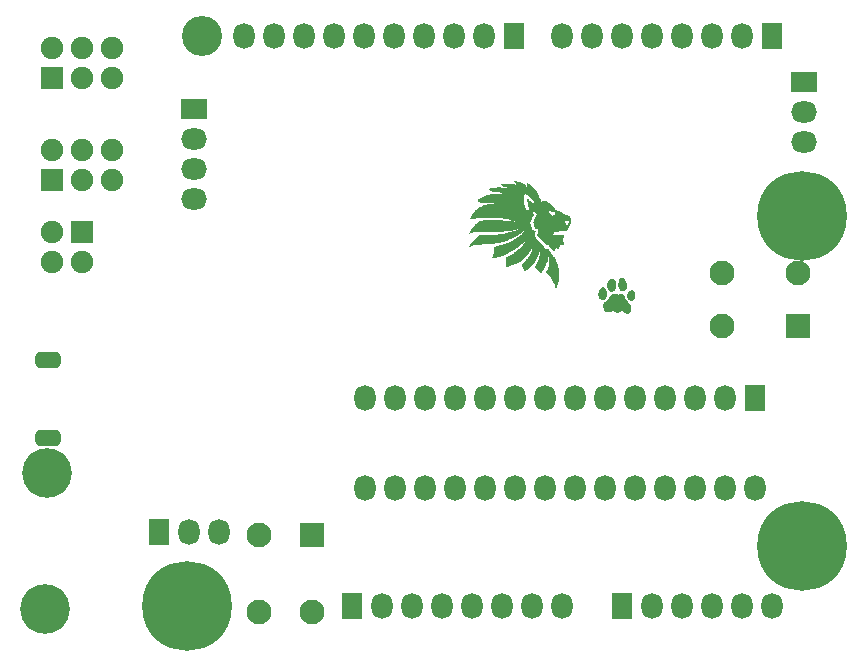
<source format=gbs>
G04*
G04 #@! TF.GenerationSoftware,Altium Limited,Altium Designer,21.1.1 (26)*
G04*
G04 Layer_Color=16711935*
%FSLAX44Y44*%
%MOMM*%
G71*
G04*
G04 #@! TF.SameCoordinates,2A0D6200-5384-45BE-AE35-18FCF66999C0*
G04*
G04*
G04 #@! TF.FilePolarity,Negative*
G04*
G01*
G75*
%ADD43R,2.1000X2.1000*%
%ADD59R,2.2000X1.8000*%
%ADD60O,2.2000X1.8000*%
%ADD61R,1.8000X2.2000*%
%ADD62O,1.8000X2.2000*%
%ADD63C,4.2000*%
%ADD64C,1.9000*%
%ADD65R,1.9000X1.9000*%
G04:AMPARAMS|DCode=66|XSize=2.2mm|YSize=1.4mm|CornerRadius=0.46mm|HoleSize=0mm|Usage=FLASHONLY|Rotation=0.000|XOffset=0mm|YOffset=0mm|HoleType=Round|Shape=RoundedRectangle|*
%AMROUNDEDRECTD66*
21,1,2.2000,0.4800,0,0,0.0*
21,1,1.2800,1.4000,0,0,0.0*
1,1,0.9200,0.6400,-0.2400*
1,1,0.9200,-0.6400,-0.2400*
1,1,0.9200,-0.6400,0.2400*
1,1,0.9200,0.6400,0.2400*
%
%ADD66ROUNDEDRECTD66*%
%ADD67C,2.1000*%
%ADD68R,2.1000X2.1000*%
%ADD69C,7.6000*%
%ADD70C,3.4000*%
G36*
X419025Y384870D02*
X420855D01*
Y384412D01*
X422228D01*
Y383955D01*
X423600D01*
Y383498D01*
X424058D01*
Y383040D01*
X424972D01*
Y382583D01*
X425887D01*
Y382125D01*
X426345D01*
Y381668D01*
X426802D01*
Y381210D01*
X427260D01*
Y380752D01*
X427718D01*
Y381210D01*
Y381668D01*
Y382125D01*
Y382583D01*
Y383040D01*
Y383498D01*
X428175D01*
Y383040D01*
X429090D01*
Y382583D01*
X430005D01*
Y382125D01*
X430462D01*
Y381668D01*
X431377D01*
Y381210D01*
X431835D01*
Y380752D01*
X432293D01*
Y380295D01*
X432750D01*
Y379837D01*
X433208D01*
Y379380D01*
X433665D01*
Y378923D01*
X434123D01*
Y378465D01*
X434580D01*
Y378008D01*
X435037D01*
Y377550D01*
Y377093D01*
X435495D01*
Y376635D01*
X435952D01*
Y376177D01*
Y375720D01*
X436410D01*
Y375262D01*
X436867D01*
Y374805D01*
Y374347D01*
X437325D01*
Y373890D01*
Y373433D01*
X437783D01*
Y372975D01*
Y372518D01*
X438240D01*
Y372060D01*
Y371603D01*
Y371145D01*
X438698D01*
Y370687D01*
Y370230D01*
Y369772D01*
X439155D01*
Y369315D01*
Y368857D01*
Y368400D01*
X439613D01*
Y367943D01*
X440527D01*
Y368400D01*
X444645D01*
Y367943D01*
X445103D01*
Y367485D01*
X445560D01*
Y367028D01*
X446475D01*
Y366570D01*
X446932D01*
Y366113D01*
X447390D01*
Y365655D01*
X447848D01*
Y365197D01*
X448305D01*
Y364740D01*
X449220D01*
Y364282D01*
X449678D01*
Y363825D01*
X450135D01*
Y363368D01*
X450592D01*
Y362910D01*
X451050D01*
Y362453D01*
X451507D01*
Y361995D01*
Y361538D01*
Y361080D01*
X452422D01*
Y360622D01*
X453338D01*
Y360165D01*
X454253D01*
Y359707D01*
X455625D01*
Y359250D01*
X456540D01*
Y358792D01*
X457455D01*
Y358335D01*
X458370D01*
Y357878D01*
X459285D01*
Y357420D01*
X460200D01*
Y356963D01*
X461115D01*
Y356505D01*
X462030D01*
Y356048D01*
X462945D01*
Y355590D01*
X463860D01*
Y355132D01*
X464318D01*
Y354675D01*
Y354217D01*
X464775D01*
Y353760D01*
Y353302D01*
X465233D01*
Y352845D01*
Y352388D01*
Y351930D01*
Y351473D01*
Y351015D01*
Y350558D01*
Y350100D01*
X464775D01*
Y349642D01*
Y349185D01*
X464318D01*
Y348727D01*
Y348270D01*
X463860D01*
Y347812D01*
Y347355D01*
X463402D01*
Y346898D01*
X462945D01*
Y346440D01*
Y345983D01*
X462487D01*
Y345525D01*
Y345067D01*
X462030D01*
Y344610D01*
Y344152D01*
X461572D01*
Y343695D01*
Y343237D01*
X459743D01*
Y342780D01*
X454710D01*
Y342323D01*
X450592D01*
Y341865D01*
Y341408D01*
Y340950D01*
Y340493D01*
X450135D01*
Y340035D01*
X459285D01*
Y339577D01*
Y339120D01*
Y338662D01*
X458828D01*
Y338205D01*
Y337747D01*
Y337290D01*
X458370D01*
Y336833D01*
Y336375D01*
Y335918D01*
X457912D01*
Y335460D01*
X458370D01*
Y335003D01*
Y334545D01*
Y334087D01*
X458828D01*
Y333630D01*
Y333172D01*
X459285D01*
Y332715D01*
Y332257D01*
Y331800D01*
Y331343D01*
X455625D01*
Y330885D01*
Y330428D01*
Y329970D01*
X455168D01*
Y329512D01*
Y329055D01*
Y328597D01*
X454710D01*
Y328140D01*
Y327682D01*
X453795D01*
Y328140D01*
X453338D01*
Y328597D01*
X452422D01*
Y328140D01*
X451965D01*
Y327682D01*
X451507D01*
Y327225D01*
Y326768D01*
X451050D01*
Y326310D01*
X450592D01*
Y325853D01*
X450135D01*
Y326310D01*
X449678D01*
Y326768D01*
X449220D01*
Y327225D01*
X448763D01*
Y327682D01*
X448305D01*
Y328140D01*
Y328597D01*
X447848D01*
Y329055D01*
X447390D01*
Y329512D01*
X446932D01*
Y329970D01*
X446475D01*
Y330428D01*
Y330885D01*
X444188D01*
Y331343D01*
X443730D01*
Y331800D01*
X443273D01*
Y332257D01*
X442815D01*
Y332715D01*
X442357D01*
Y333172D01*
X441900D01*
Y333630D01*
X441442D01*
Y334087D01*
X440985D01*
Y334545D01*
X440527D01*
Y335003D01*
X440070D01*
Y335460D01*
X439613D01*
Y335918D01*
X439155D01*
Y336375D01*
X438698D01*
Y336833D01*
X438240D01*
Y337290D01*
X437783D01*
Y337747D01*
X437325D01*
Y338205D01*
X436867D01*
Y338662D01*
X436410D01*
Y339120D01*
Y339577D01*
Y340035D01*
Y340493D01*
Y340950D01*
X436867D01*
Y341408D01*
Y341865D01*
Y342323D01*
Y342780D01*
X437325D01*
Y343237D01*
Y343695D01*
Y344152D01*
X436867D01*
Y344610D01*
X435495D01*
Y345067D01*
X434580D01*
Y345525D01*
X434123D01*
Y345983D01*
Y346440D01*
Y346898D01*
X433665D01*
Y347355D01*
Y347812D01*
Y348270D01*
Y348727D01*
X433208D01*
Y349185D01*
Y349642D01*
Y350100D01*
X432750D01*
Y350558D01*
Y351015D01*
X433208D01*
Y351473D01*
Y351930D01*
X433665D01*
Y352388D01*
Y352845D01*
X434123D01*
Y353302D01*
Y353760D01*
X434580D01*
Y354217D01*
Y354675D01*
Y355132D01*
X435037D01*
Y355590D01*
Y356048D01*
X435495D01*
Y356505D01*
Y356963D01*
X435952D01*
Y357420D01*
Y357878D01*
X435037D01*
Y358335D01*
X434580D01*
Y358792D01*
X433665D01*
Y359250D01*
X432750D01*
Y358792D01*
Y358335D01*
Y357878D01*
X433208D01*
Y357420D01*
Y356963D01*
Y356505D01*
Y356048D01*
Y355590D01*
X432750D01*
Y355132D01*
Y354675D01*
X432293D01*
Y354217D01*
Y353760D01*
X431835D01*
Y353302D01*
Y352845D01*
Y352388D01*
X431377D01*
Y351930D01*
Y351473D01*
X430920D01*
Y351015D01*
Y350558D01*
X430462D01*
Y350100D01*
Y349642D01*
Y349185D01*
X430920D01*
Y348727D01*
Y348270D01*
Y347812D01*
X431377D01*
Y347355D01*
Y346898D01*
X431835D01*
Y346440D01*
Y345983D01*
Y345525D01*
X432293D01*
Y345067D01*
Y344610D01*
Y344152D01*
X432750D01*
Y343695D01*
X433208D01*
Y343237D01*
X434123D01*
Y342780D01*
X435037D01*
Y342323D01*
Y341865D01*
X434580D01*
Y341408D01*
Y340950D01*
Y340493D01*
Y340035D01*
X434123D01*
Y339577D01*
Y339120D01*
Y338662D01*
Y338205D01*
X434580D01*
Y337747D01*
X435037D01*
Y337290D01*
Y336833D01*
X435495D01*
Y336375D01*
X435952D01*
Y335918D01*
X436410D01*
Y335460D01*
X436867D01*
Y335003D01*
X437325D01*
Y334545D01*
X437783D01*
Y334087D01*
X438240D01*
Y333630D01*
X438698D01*
Y333172D01*
X439155D01*
Y332715D01*
X439613D01*
Y332257D01*
X440070D01*
Y331800D01*
X440527D01*
Y331343D01*
X440985D01*
Y330885D01*
X441442D01*
Y330428D01*
X441900D01*
Y329970D01*
Y329512D01*
X442357D01*
Y329055D01*
X442815D01*
Y328597D01*
X443273D01*
Y328140D01*
X443730D01*
Y327682D01*
X445103D01*
Y328140D01*
X445560D01*
Y327682D01*
X446017D01*
Y327225D01*
X446475D01*
Y326768D01*
Y326310D01*
X446932D01*
Y325853D01*
X447390D01*
Y325395D01*
X447848D01*
Y324938D01*
X448305D01*
Y324480D01*
Y324022D01*
X448763D01*
Y323565D01*
X449220D01*
Y323107D01*
Y322650D01*
X449678D01*
Y322192D01*
X450135D01*
Y321735D01*
Y321278D01*
X450592D01*
Y320820D01*
X451050D01*
Y320363D01*
Y319905D01*
X451507D01*
Y319447D01*
Y318990D01*
X451965D01*
Y318533D01*
Y318075D01*
X452422D01*
Y317617D01*
Y317160D01*
X452880D01*
Y316702D01*
Y316245D01*
X453338D01*
Y315788D01*
Y315330D01*
Y314872D01*
X453795D01*
Y314415D01*
Y313958D01*
Y313500D01*
X454253D01*
Y313043D01*
Y312585D01*
Y312127D01*
Y311670D01*
X454710D01*
Y311213D01*
Y310755D01*
Y310298D01*
Y309840D01*
Y309382D01*
X455168D01*
Y308925D01*
Y308468D01*
Y308010D01*
Y307553D01*
Y307095D01*
Y306637D01*
Y306180D01*
Y305723D01*
Y305265D01*
Y304807D01*
Y304350D01*
Y303892D01*
Y303435D01*
Y302978D01*
Y302520D01*
Y302062D01*
Y301605D01*
X454710D01*
Y301147D01*
Y300690D01*
Y300233D01*
Y299775D01*
X454253D01*
Y299317D01*
Y298860D01*
Y298403D01*
Y297945D01*
X453795D01*
Y297488D01*
Y297030D01*
X453338D01*
Y296572D01*
Y296115D01*
Y295658D01*
X452880D01*
Y295200D01*
Y294743D01*
X452422D01*
Y294285D01*
X451965D01*
Y294743D01*
Y295200D01*
X451507D01*
Y295658D01*
Y296115D01*
Y296572D01*
X451050D01*
Y297030D01*
Y297488D01*
Y297945D01*
X450592D01*
Y298403D01*
Y298860D01*
Y299317D01*
X450135D01*
Y299775D01*
Y300233D01*
X449678D01*
Y300690D01*
Y301147D01*
X449220D01*
Y301605D01*
X448763D01*
Y302062D01*
Y302520D01*
X448305D01*
Y302978D01*
X447848D01*
Y303435D01*
Y303892D01*
X447390D01*
Y304350D01*
X446932D01*
Y304807D01*
X446475D01*
Y305265D01*
Y305723D01*
X446017D01*
Y306180D01*
X445560D01*
Y306637D01*
X445103D01*
Y307095D01*
X444645D01*
Y307553D01*
X444188D01*
Y308010D01*
X443730D01*
Y308468D01*
X444188D01*
Y308925D01*
Y309382D01*
X444645D01*
Y309840D01*
Y310298D01*
X445103D01*
Y310755D01*
Y311213D01*
X445560D01*
Y311670D01*
Y312127D01*
Y312585D01*
X446017D01*
Y313043D01*
Y313500D01*
Y313958D01*
Y314415D01*
Y314872D01*
Y315330D01*
Y315788D01*
Y316245D01*
X446475D01*
Y316702D01*
Y317160D01*
Y317617D01*
Y318075D01*
X446017D01*
Y318533D01*
Y318990D01*
Y319447D01*
Y319905D01*
Y320363D01*
Y320820D01*
X445560D01*
Y320363D01*
Y319905D01*
Y319447D01*
Y318990D01*
X445103D01*
Y318533D01*
Y318075D01*
Y317617D01*
Y317160D01*
X444645D01*
Y316702D01*
Y316245D01*
Y315788D01*
X444188D01*
Y315330D01*
Y314872D01*
X443730D01*
Y314415D01*
Y313958D01*
Y313500D01*
X443273D01*
Y313043D01*
Y312585D01*
X442815D01*
Y312127D01*
Y311670D01*
X442357D01*
Y311213D01*
X441900D01*
Y310755D01*
Y310298D01*
X441442D01*
Y309840D01*
Y309382D01*
X440985D01*
Y308925D01*
X440527D01*
Y308468D01*
X440070D01*
Y308010D01*
Y307553D01*
X439613D01*
Y307095D01*
X439155D01*
Y307553D01*
X438698D01*
Y308010D01*
X438240D01*
Y308468D01*
X437783D01*
Y308925D01*
X437325D01*
Y309382D01*
X436867D01*
Y309840D01*
Y310298D01*
X436410D01*
Y310755D01*
X435952D01*
Y311213D01*
X435495D01*
Y311670D01*
X435037D01*
Y312127D01*
X434580D01*
Y312585D01*
Y313043D01*
Y313500D01*
X435037D01*
Y313958D01*
X435495D01*
Y314415D01*
Y314872D01*
X435952D01*
Y315330D01*
Y315788D01*
X436410D01*
Y316245D01*
Y316702D01*
X436867D01*
Y317160D01*
Y317617D01*
X437325D01*
Y318075D01*
Y318533D01*
X437783D01*
Y318990D01*
Y319447D01*
Y319905D01*
X438240D01*
Y320363D01*
Y320820D01*
Y321278D01*
Y321735D01*
X438698D01*
Y322192D01*
Y322650D01*
Y323107D01*
Y323565D01*
Y324022D01*
Y324480D01*
Y324938D01*
X438240D01*
Y324480D01*
Y324022D01*
X437783D01*
Y323565D01*
Y323107D01*
Y322650D01*
X437325D01*
Y322192D01*
Y321735D01*
X436867D01*
Y321278D01*
Y320820D01*
X436410D01*
Y320363D01*
Y319905D01*
X435952D01*
Y319447D01*
X435495D01*
Y318990D01*
Y318533D01*
X435037D01*
Y318075D01*
Y317617D01*
X434580D01*
Y317160D01*
X434123D01*
Y316702D01*
Y316245D01*
X433665D01*
Y315788D01*
X433208D01*
Y315330D01*
Y314872D01*
X432750D01*
Y314415D01*
X432293D01*
Y313958D01*
X431835D01*
Y313500D01*
X431377D01*
Y313043D01*
X430920D01*
Y312585D01*
X430462D01*
Y312127D01*
X430005D01*
Y311670D01*
X429548D01*
Y311213D01*
X429090D01*
Y310755D01*
X428633D01*
Y310298D01*
X427718D01*
Y309840D01*
X427260D01*
Y309382D01*
X426345D01*
Y308925D01*
X425430D01*
Y309382D01*
Y309840D01*
X424972D01*
Y310298D01*
Y310755D01*
X424515D01*
Y311213D01*
Y311670D01*
Y312127D01*
X424058D01*
Y312585D01*
Y313043D01*
X423600D01*
Y313500D01*
Y313958D01*
Y314415D01*
X423143D01*
Y314872D01*
X423600D01*
Y315330D01*
X424058D01*
Y315788D01*
X424515D01*
Y316245D01*
X424972D01*
Y316702D01*
X425430D01*
Y317160D01*
X425887D01*
Y317617D01*
X426345D01*
Y318075D01*
X426802D01*
Y318533D01*
X427260D01*
Y318990D01*
X427718D01*
Y319447D01*
X428175D01*
Y319905D01*
Y320363D01*
X428633D01*
Y320820D01*
X429090D01*
Y321278D01*
X429548D01*
Y321735D01*
Y322192D01*
X430005D01*
Y322650D01*
X430462D01*
Y323107D01*
Y323565D01*
X430920D01*
Y324022D01*
Y324480D01*
X431377D01*
Y324938D01*
Y325395D01*
X431835D01*
Y325853D01*
Y326310D01*
Y326768D01*
X432293D01*
Y327225D01*
Y327682D01*
Y328140D01*
Y328597D01*
X431835D01*
Y328140D01*
Y327682D01*
X431377D01*
Y327225D01*
Y326768D01*
X430920D01*
Y326310D01*
X430462D01*
Y325853D01*
Y325395D01*
X430005D01*
Y324938D01*
X429548D01*
Y324480D01*
Y324022D01*
X429090D01*
Y323565D01*
X428633D01*
Y323107D01*
X428175D01*
Y322650D01*
X427718D01*
Y322192D01*
X427260D01*
Y321735D01*
Y321278D01*
X426802D01*
Y320820D01*
X426345D01*
Y320363D01*
X425430D01*
Y319905D01*
X424972D01*
Y319447D01*
X424515D01*
Y318990D01*
X424058D01*
Y318533D01*
X423600D01*
Y318075D01*
X422685D01*
Y317617D01*
X422228D01*
Y317160D01*
X421312D01*
Y316702D01*
X420855D01*
Y316245D01*
X419940D01*
Y315788D01*
X419025D01*
Y315330D01*
X418110D01*
Y314872D01*
X416738D01*
Y314415D01*
X415822D01*
Y313958D01*
X414450D01*
Y313500D01*
X412620D01*
Y313043D01*
X410332D01*
Y313500D01*
Y313958D01*
Y314415D01*
Y314872D01*
Y315330D01*
Y315788D01*
Y316245D01*
Y316702D01*
Y317160D01*
X409875D01*
Y317617D01*
Y318075D01*
Y318533D01*
Y318990D01*
Y319447D01*
Y319905D01*
Y320363D01*
Y320820D01*
X410790D01*
Y321278D01*
X411705D01*
Y321735D01*
X412620D01*
Y322192D01*
X413078D01*
Y322650D01*
X413993D01*
Y323107D01*
X414907D01*
Y323565D01*
X415365D01*
Y324022D01*
X416280D01*
Y324480D01*
X416738D01*
Y324938D01*
X417653D01*
Y325395D01*
X418110D01*
Y325853D01*
X419025D01*
Y326310D01*
X419482D01*
Y326768D01*
X419940D01*
Y327225D01*
X420397D01*
Y327682D01*
X420855D01*
Y328140D01*
X421770D01*
Y328597D01*
X422228D01*
Y329055D01*
X422685D01*
Y329512D01*
X423143D01*
Y329970D01*
X423600D01*
Y330428D01*
X424058D01*
Y330885D01*
Y331343D01*
X424515D01*
Y331800D01*
X424972D01*
Y332257D01*
X425430D01*
Y332715D01*
Y333172D01*
X425887D01*
Y333630D01*
X426345D01*
Y334087D01*
Y334545D01*
X425887D01*
Y334087D01*
X425430D01*
Y333630D01*
X424972D01*
Y333172D01*
X424515D01*
Y332715D01*
X424058D01*
Y332257D01*
X423143D01*
Y331800D01*
X422685D01*
Y331343D01*
X422228D01*
Y330885D01*
X421770D01*
Y330428D01*
X421312D01*
Y329970D01*
X420397D01*
Y329512D01*
X419940D01*
Y329055D01*
X419482D01*
Y328597D01*
X418568D01*
Y328140D01*
X418110D01*
Y327682D01*
X417195D01*
Y327225D01*
X416738D01*
Y326768D01*
X415822D01*
Y326310D01*
X415365D01*
Y325853D01*
X414450D01*
Y325395D01*
X413535D01*
Y324938D01*
X412620D01*
Y324480D01*
X411705D01*
Y324022D01*
X410790D01*
Y323565D01*
X409875D01*
Y323107D01*
X408960D01*
Y322650D01*
X408045D01*
Y322192D01*
X406673D01*
Y321735D01*
X405300D01*
Y321278D01*
X403927D01*
Y320820D01*
X402098D01*
Y320363D01*
X400267D01*
Y319905D01*
X398438D01*
Y320363D01*
Y320820D01*
X398895D01*
Y321278D01*
Y321735D01*
Y322192D01*
Y322650D01*
Y323107D01*
Y323565D01*
X399352D01*
Y324022D01*
Y324480D01*
Y324938D01*
Y325395D01*
Y325853D01*
Y326310D01*
Y326768D01*
Y327225D01*
Y327682D01*
Y328140D01*
Y328597D01*
Y329055D01*
Y329512D01*
X399810D01*
Y329970D01*
X401640D01*
Y330428D01*
X403927D01*
Y330885D01*
X405300D01*
Y331343D01*
X407130D01*
Y331800D01*
X408503D01*
Y332257D01*
X409875D01*
Y332715D01*
X410790D01*
Y333172D01*
X412163D01*
Y333630D01*
X413078D01*
Y334087D01*
X413993D01*
Y334545D01*
X414907D01*
Y335003D01*
X415822D01*
Y335460D01*
X416738D01*
Y335918D01*
X417653D01*
Y336375D01*
X418110D01*
Y336833D01*
X419025D01*
Y337290D01*
X419482D01*
Y337747D01*
X420397D01*
Y338205D01*
X420855D01*
Y338662D01*
X421312D01*
Y339120D01*
X421770D01*
Y339577D01*
X422228D01*
Y340035D01*
X423143D01*
Y340493D01*
Y340950D01*
X423600D01*
Y341408D01*
X424058D01*
Y341865D01*
X424515D01*
Y342323D01*
X423600D01*
Y341865D01*
X423143D01*
Y341408D01*
X422685D01*
Y340950D01*
X421770D01*
Y340493D01*
X421312D01*
Y340035D01*
X420397D01*
Y339577D01*
X419940D01*
Y339120D01*
X419025D01*
Y338662D01*
X418568D01*
Y338205D01*
X417653D01*
Y337747D01*
X416738D01*
Y337290D01*
X415822D01*
Y336833D01*
X414907D01*
Y336375D01*
X413993D01*
Y335918D01*
X412620D01*
Y335460D01*
X411705D01*
Y335003D01*
X410332D01*
Y334545D01*
X408960D01*
Y334087D01*
X407130D01*
Y333630D01*
X405300D01*
Y333172D01*
X403013D01*
Y332715D01*
X400267D01*
Y332257D01*
X395692D01*
Y331800D01*
X389287D01*
Y331343D01*
X384712D01*
Y330885D01*
X381968D01*
Y330428D01*
X380595D01*
Y329970D01*
X379222D01*
Y329512D01*
X378765D01*
Y329970D01*
Y330428D01*
X379222D01*
Y330885D01*
Y331343D01*
X379680D01*
Y331800D01*
X380137D01*
Y332257D01*
Y332715D01*
X380595D01*
Y333172D01*
X381053D01*
Y333630D01*
X381510D01*
Y334087D01*
X381968D01*
Y334545D01*
X382425D01*
Y335003D01*
X382882D01*
Y335460D01*
X383340D01*
Y335918D01*
X383797D01*
Y336375D01*
X384255D01*
Y336833D01*
X384712D01*
Y337290D01*
X385170D01*
Y337747D01*
X385628D01*
Y338205D01*
X386085D01*
Y338662D01*
X386543D01*
Y339120D01*
X387458D01*
Y339577D01*
X398895D01*
Y340035D01*
X403470D01*
Y340493D01*
X406673D01*
Y340950D01*
X409417D01*
Y341408D01*
X411705D01*
Y341865D01*
X413535D01*
Y342323D01*
X415365D01*
Y342780D01*
X416738D01*
Y343237D01*
X418110D01*
Y343695D01*
X419482D01*
Y344152D01*
X417653D01*
Y343695D01*
X415822D01*
Y343237D01*
X413078D01*
Y342780D01*
X408503D01*
Y342323D01*
X387000D01*
Y341865D01*
X381968D01*
Y341408D01*
X379680D01*
Y340950D01*
X378765D01*
Y341408D01*
X379222D01*
Y341865D01*
Y342323D01*
X379680D01*
Y342780D01*
Y343237D01*
X380137D01*
Y343695D01*
X380595D01*
Y344152D01*
Y344610D01*
X381053D01*
Y345067D01*
X381510D01*
Y345525D01*
Y345983D01*
X381968D01*
Y346440D01*
X382425D01*
Y346898D01*
X382882D01*
Y347355D01*
X383340D01*
Y347812D01*
X383797D01*
Y348270D01*
Y348727D01*
X384255D01*
Y349185D01*
X385170D01*
Y349642D01*
X385628D01*
Y350100D01*
X386085D01*
Y350558D01*
X386543D01*
Y351015D01*
X387458D01*
Y351473D01*
X388372D01*
Y351930D01*
X390202D01*
Y352388D01*
X397065D01*
Y352845D01*
X397523D01*
Y352388D01*
X407130D01*
Y351930D01*
X412163D01*
Y351473D01*
X416280D01*
Y351015D01*
X417653D01*
Y351473D01*
X416280D01*
Y351930D01*
X414450D01*
Y352388D01*
X412620D01*
Y352845D01*
X410332D01*
Y353302D01*
X407588D01*
Y353760D01*
X403470D01*
Y354217D01*
X387915D01*
Y353760D01*
X384255D01*
Y353302D01*
X381510D01*
Y352845D01*
X379680D01*
Y353302D01*
Y353760D01*
X380137D01*
Y354217D01*
Y354675D01*
Y355132D01*
X380595D01*
Y355590D01*
Y356048D01*
X381053D01*
Y356505D01*
Y356963D01*
X381510D01*
Y357420D01*
X381968D01*
Y357878D01*
Y358335D01*
X382425D01*
Y358792D01*
X382882D01*
Y359250D01*
X383340D01*
Y359707D01*
X383797D01*
Y360165D01*
Y360622D01*
X384255D01*
Y361080D01*
X385170D01*
Y361538D01*
X385628D01*
Y361995D01*
X386085D01*
Y362453D01*
X386543D01*
Y362910D01*
X387458D01*
Y363368D01*
X388372D01*
Y363825D01*
X389287D01*
Y364282D01*
X390202D01*
Y364740D01*
X392033D01*
Y365197D01*
X393862D01*
Y365655D01*
X401183D01*
Y366113D01*
X399810D01*
Y366570D01*
X388830D01*
Y367028D01*
X387915D01*
Y367485D01*
X387458D01*
Y367943D01*
X386543D01*
Y368400D01*
X385628D01*
Y368857D01*
X386085D01*
Y369315D01*
X386543D01*
Y369772D01*
X387000D01*
Y370230D01*
X387915D01*
Y370687D01*
X388372D01*
Y371145D01*
X389287D01*
Y371603D01*
X390202D01*
Y372060D01*
X391118D01*
Y372518D01*
X392033D01*
Y372975D01*
X393405D01*
Y373433D01*
X394777D01*
Y373890D01*
X396608D01*
Y374347D01*
X399352D01*
Y374805D01*
X406215D01*
Y375262D01*
X404842D01*
Y375720D01*
X400725D01*
Y376177D01*
X398438D01*
Y376635D01*
X397523D01*
Y377093D01*
X396608D01*
Y377550D01*
X396150D01*
Y378008D01*
X395235D01*
Y378465D01*
Y378923D01*
X396608D01*
Y379380D01*
X398438D01*
Y379837D01*
X402098D01*
Y380295D01*
X405300D01*
Y379837D01*
X409875D01*
Y379380D01*
X412163D01*
Y379837D01*
X410790D01*
Y380295D01*
X408960D01*
Y380752D01*
X407130D01*
Y381210D01*
X406215D01*
Y381668D01*
X405757D01*
Y382125D01*
X405300D01*
Y382583D01*
X406673D01*
Y383040D01*
X414450D01*
Y382583D01*
X417195D01*
Y382125D01*
X418568D01*
Y382583D01*
X418110D01*
Y383040D01*
Y383498D01*
X417653D01*
Y383955D01*
X417195D01*
Y384412D01*
X416738D01*
Y384870D01*
X416280D01*
Y385327D01*
X419025D01*
Y384870D01*
D02*
G37*
G36*
X500767Y302557D02*
X500925D01*
Y302518D01*
X500965D01*
Y302478D01*
X501004D01*
Y302439D01*
X501044D01*
Y302399D01*
Y302360D01*
X501083D01*
Y302320D01*
Y302281D01*
X501123D01*
Y302241D01*
X501202D01*
Y302201D01*
X501241D01*
Y302162D01*
X501281D01*
Y302122D01*
X501360D01*
Y302083D01*
X501399D01*
Y302043D01*
Y302004D01*
X501439D01*
Y301964D01*
X501478D01*
Y301925D01*
X501518D01*
Y301885D01*
Y301846D01*
X501597D01*
Y301806D01*
X501637D01*
Y301767D01*
X501716D01*
Y301727D01*
X501755D01*
Y301688D01*
X501795D01*
Y301648D01*
Y301609D01*
X501834D01*
Y301569D01*
X501874D01*
Y301530D01*
Y301490D01*
X501953D01*
Y301451D01*
X501992D01*
Y301411D01*
X502032D01*
Y301372D01*
X502111D01*
Y301332D01*
X502150D01*
Y301293D01*
Y301253D01*
X502190D01*
Y301214D01*
X502229D01*
Y301174D01*
Y301134D01*
X502269D01*
Y301095D01*
X502308D01*
Y301056D01*
X502387D01*
Y301016D01*
X502466D01*
Y300977D01*
X502506D01*
Y300937D01*
X502545D01*
Y300897D01*
X502585D01*
Y300858D01*
Y300818D01*
Y300779D01*
Y300739D01*
Y300700D01*
Y300660D01*
Y300621D01*
Y300581D01*
Y300542D01*
Y300502D01*
Y300463D01*
Y300423D01*
Y300384D01*
X502624D01*
Y300344D01*
X502704D01*
Y300305D01*
X502743D01*
Y300265D01*
X502822D01*
Y300226D01*
X502901D01*
Y300186D01*
Y300147D01*
X502941D01*
Y300107D01*
Y300068D01*
X502980D01*
Y300028D01*
Y299988D01*
Y299949D01*
Y299909D01*
Y299870D01*
Y299830D01*
Y299791D01*
X502941D01*
Y299751D01*
Y299712D01*
Y299672D01*
Y299633D01*
Y299593D01*
Y299554D01*
Y299514D01*
Y299475D01*
Y299435D01*
Y299396D01*
Y299356D01*
Y299317D01*
Y299277D01*
Y299238D01*
Y299198D01*
Y299159D01*
Y299119D01*
Y299080D01*
Y299040D01*
Y299001D01*
Y298961D01*
Y298922D01*
X502980D01*
Y298882D01*
X503020D01*
Y298843D01*
X503059D01*
Y298803D01*
X503099D01*
Y298764D01*
X503178D01*
Y298724D01*
X503257D01*
Y298684D01*
X503296D01*
Y298645D01*
Y298605D01*
X503336D01*
Y298566D01*
Y298526D01*
Y298487D01*
Y298447D01*
Y298408D01*
Y298368D01*
Y298329D01*
Y298289D01*
Y298250D01*
Y298210D01*
Y298171D01*
Y298131D01*
Y298092D01*
Y298052D01*
Y298013D01*
Y297973D01*
Y297934D01*
Y297894D01*
Y297854D01*
Y297815D01*
Y297775D01*
Y297736D01*
Y297696D01*
Y297657D01*
Y297617D01*
Y297578D01*
Y297538D01*
Y297499D01*
Y297459D01*
Y297420D01*
Y297380D01*
Y297341D01*
Y297301D01*
Y297262D01*
Y297222D01*
Y297183D01*
Y297143D01*
Y297104D01*
Y297064D01*
Y297025D01*
Y296985D01*
Y296946D01*
Y296906D01*
Y296867D01*
Y296827D01*
Y296787D01*
Y296748D01*
Y296709D01*
Y296669D01*
Y296630D01*
Y296590D01*
Y296551D01*
Y296511D01*
Y296471D01*
Y296432D01*
Y296392D01*
Y296353D01*
Y296313D01*
Y296274D01*
Y296234D01*
Y296195D01*
Y296155D01*
Y296116D01*
Y296076D01*
Y296037D01*
Y295997D01*
Y295958D01*
Y295918D01*
Y295879D01*
Y295839D01*
Y295800D01*
Y295760D01*
Y295721D01*
Y295681D01*
Y295641D01*
Y295602D01*
Y295562D01*
Y295523D01*
Y295483D01*
Y295444D01*
Y295404D01*
Y295365D01*
Y295325D01*
Y295286D01*
Y295246D01*
Y295207D01*
Y295167D01*
Y295128D01*
X503296D01*
Y295088D01*
Y295049D01*
X503217D01*
Y295009D01*
X503178D01*
Y294970D01*
X503099D01*
Y294930D01*
X503020D01*
Y294891D01*
X502980D01*
Y294851D01*
Y294812D01*
X502941D01*
Y294772D01*
Y294733D01*
Y294693D01*
Y294654D01*
Y294614D01*
Y294575D01*
Y294535D01*
Y294496D01*
Y294456D01*
Y294417D01*
Y294377D01*
Y294337D01*
X502980D01*
Y294298D01*
Y294258D01*
Y294219D01*
Y294179D01*
Y294140D01*
Y294100D01*
Y294061D01*
X502941D01*
Y294021D01*
Y293982D01*
X502901D01*
Y293942D01*
Y293903D01*
X502862D01*
Y293863D01*
X502783D01*
Y293824D01*
X502704D01*
Y293784D01*
X502624D01*
Y293745D01*
Y293705D01*
X502585D01*
Y293666D01*
Y293626D01*
Y293587D01*
Y293547D01*
Y293508D01*
Y293468D01*
Y293428D01*
Y293389D01*
Y293349D01*
Y293310D01*
Y293270D01*
Y293231D01*
X502545D01*
Y293191D01*
X502506D01*
Y293152D01*
X502466D01*
Y293112D01*
X502387D01*
Y293073D01*
X502348D01*
Y293033D01*
X502308D01*
Y292994D01*
X502269D01*
Y292954D01*
X502229D01*
Y292915D01*
X502190D01*
Y292875D01*
Y292836D01*
X502150D01*
Y292796D01*
X502111D01*
Y292757D01*
X502071D01*
Y292717D01*
X501992D01*
Y292678D01*
X501953D01*
Y292638D01*
X501913D01*
Y292599D01*
X501874D01*
Y292559D01*
X501834D01*
Y292520D01*
X501795D01*
Y292480D01*
Y292441D01*
X501755D01*
Y292401D01*
X501716D01*
Y292362D01*
X501676D01*
Y292322D01*
X501597D01*
Y292283D01*
X501558D01*
Y292243D01*
X501518D01*
Y292204D01*
X501478D01*
Y292164D01*
X501439D01*
Y292124D01*
X501399D01*
Y292085D01*
Y292045D01*
X501360D01*
Y292006D01*
X501320D01*
Y291966D01*
X501241D01*
Y291927D01*
X500846D01*
Y291966D01*
X500490D01*
Y291927D01*
X500411D01*
Y291887D01*
X500372D01*
Y291848D01*
X500332D01*
Y291808D01*
Y291769D01*
X500293D01*
Y291729D01*
Y291690D01*
X500253D01*
Y291650D01*
X500214D01*
Y291611D01*
X500174D01*
Y291571D01*
X500056D01*
Y291532D01*
X499819D01*
Y291571D01*
X498870D01*
Y291532D01*
X498633D01*
Y291571D01*
X498515D01*
Y291611D01*
X498475D01*
Y291650D01*
X498436D01*
Y291690D01*
Y291729D01*
X498396D01*
Y291769D01*
Y291808D01*
X498357D01*
Y291848D01*
X498317D01*
Y291887D01*
X498278D01*
Y291927D01*
X498198D01*
Y291966D01*
X498080D01*
Y291927D01*
X497803D01*
Y291966D01*
X497724D01*
Y292006D01*
Y292045D01*
X497685D01*
Y292085D01*
X497645D01*
Y292124D01*
Y292164D01*
X497606D01*
Y292204D01*
X497566D01*
Y292243D01*
X497527D01*
Y292283D01*
X497487D01*
Y292322D01*
X497408D01*
Y292362D01*
X497369D01*
Y292401D01*
X497329D01*
Y292441D01*
X497290D01*
Y292480D01*
Y292520D01*
X497250D01*
Y292559D01*
X497211D01*
Y292599D01*
X497171D01*
Y292638D01*
X497132D01*
Y292678D01*
X497092D01*
Y292717D01*
X497013D01*
Y292757D01*
X496973D01*
Y292796D01*
X496934D01*
Y292836D01*
X496894D01*
Y292875D01*
Y292915D01*
X496855D01*
Y292954D01*
X496815D01*
Y292994D01*
X496776D01*
Y293033D01*
X496736D01*
Y293073D01*
X496697D01*
Y293112D01*
X496618D01*
Y293152D01*
X496578D01*
Y293191D01*
X496539D01*
Y293231D01*
Y293270D01*
X496499D01*
Y293310D01*
X496460D01*
Y293349D01*
X496420D01*
Y293389D01*
X496381D01*
Y293428D01*
X496341D01*
Y293468D01*
X496262D01*
Y293508D01*
X496223D01*
Y293547D01*
X496183D01*
Y293587D01*
X496143D01*
Y293626D01*
Y293666D01*
X496104D01*
Y293705D01*
Y293745D01*
Y293784D01*
Y293824D01*
Y293863D01*
Y293903D01*
Y293942D01*
Y293982D01*
Y294021D01*
X496143D01*
Y294061D01*
Y294100D01*
Y294140D01*
Y294179D01*
Y294219D01*
Y294258D01*
Y294298D01*
Y294337D01*
Y294377D01*
Y294417D01*
X496104D01*
Y294456D01*
Y294496D01*
X496064D01*
Y294535D01*
X496025D01*
Y294575D01*
X495946D01*
Y294614D01*
X495867D01*
Y294654D01*
X495827D01*
Y294693D01*
X495788D01*
Y294733D01*
X495748D01*
Y294772D01*
Y294812D01*
Y294851D01*
Y294891D01*
Y294930D01*
Y294970D01*
Y295009D01*
Y295049D01*
Y295088D01*
Y295128D01*
Y295167D01*
Y295207D01*
Y295246D01*
Y295286D01*
Y295325D01*
Y295365D01*
Y295404D01*
Y295444D01*
Y295483D01*
Y295523D01*
Y295562D01*
Y295602D01*
Y295641D01*
Y295681D01*
Y295721D01*
Y295760D01*
Y295800D01*
Y295839D01*
Y295879D01*
Y295918D01*
Y295958D01*
Y295997D01*
Y296037D01*
Y296076D01*
Y296116D01*
Y296155D01*
Y296195D01*
Y296234D01*
Y296274D01*
Y296313D01*
Y296353D01*
Y296392D01*
Y296432D01*
Y296471D01*
Y296511D01*
Y296551D01*
Y296590D01*
Y296630D01*
Y296669D01*
Y296709D01*
Y296748D01*
Y296787D01*
Y296827D01*
Y296867D01*
Y296906D01*
Y296946D01*
Y296985D01*
Y297025D01*
Y297064D01*
Y297104D01*
Y297143D01*
Y297183D01*
Y297222D01*
Y297262D01*
Y297301D01*
Y297341D01*
Y297380D01*
Y297420D01*
Y297459D01*
Y297499D01*
Y297538D01*
Y297578D01*
Y297617D01*
Y297657D01*
Y297696D01*
Y297736D01*
Y297775D01*
Y297815D01*
Y297854D01*
Y297894D01*
Y297934D01*
Y297973D01*
Y298013D01*
Y298052D01*
Y298092D01*
Y298131D01*
Y298171D01*
Y298210D01*
Y298250D01*
Y298289D01*
Y298329D01*
Y298368D01*
Y298408D01*
Y298447D01*
Y298487D01*
Y298526D01*
Y298566D01*
Y298605D01*
X495788D01*
Y298645D01*
Y298684D01*
X495827D01*
Y298724D01*
X495906D01*
Y298764D01*
X495985D01*
Y298803D01*
X496025D01*
Y298843D01*
X496064D01*
Y298882D01*
X496104D01*
Y298922D01*
Y298961D01*
X496143D01*
Y299001D01*
Y299040D01*
Y299080D01*
Y299119D01*
Y299159D01*
Y299198D01*
Y299238D01*
Y299277D01*
Y299317D01*
Y299356D01*
X496104D01*
Y299396D01*
Y299435D01*
Y299475D01*
Y299514D01*
Y299554D01*
Y299593D01*
Y299633D01*
Y299672D01*
Y299712D01*
X496143D01*
Y299751D01*
Y299791D01*
X496183D01*
Y299830D01*
X496223D01*
Y299870D01*
X496302D01*
Y299909D01*
X496381D01*
Y299949D01*
X496420D01*
Y299988D01*
X496460D01*
Y300028D01*
X496499D01*
Y300068D01*
Y300107D01*
Y300147D01*
Y300186D01*
Y300226D01*
Y300265D01*
Y300305D01*
Y300344D01*
Y300384D01*
Y300423D01*
Y300463D01*
Y300502D01*
X496539D01*
Y300542D01*
Y300581D01*
X496578D01*
Y300621D01*
X496657D01*
Y300660D01*
X496736D01*
Y300700D01*
X496776D01*
Y300739D01*
X496815D01*
Y300779D01*
X496855D01*
Y300818D01*
X496894D01*
Y300858D01*
Y300897D01*
X496934D01*
Y300937D01*
X496973D01*
Y300977D01*
X497013D01*
Y301016D01*
X497052D01*
Y301056D01*
X497132D01*
Y301095D01*
X497171D01*
Y301134D01*
X497211D01*
Y301174D01*
X497250D01*
Y301214D01*
Y301253D01*
X497290D01*
Y301293D01*
X497329D01*
Y301332D01*
X497369D01*
Y301372D01*
X497408D01*
Y301411D01*
X497487D01*
Y301451D01*
X497527D01*
Y301490D01*
X497566D01*
Y301530D01*
X497606D01*
Y301569D01*
X497645D01*
Y301609D01*
Y301648D01*
X497685D01*
Y301688D01*
X497724D01*
Y301727D01*
X497764D01*
Y301767D01*
X497803D01*
Y301806D01*
X497882D01*
Y301846D01*
X497922D01*
Y301885D01*
X497961D01*
Y301925D01*
X498001D01*
Y301964D01*
Y302004D01*
X498040D01*
Y302043D01*
X498080D01*
Y302083D01*
Y302122D01*
X498119D01*
Y302162D01*
X498238D01*
Y302201D01*
X498396D01*
Y302162D01*
X498594D01*
Y302201D01*
X498673D01*
Y302241D01*
X498712D01*
Y302281D01*
X498752D01*
Y302320D01*
Y302360D01*
X498791D01*
Y302399D01*
Y302439D01*
X498831D01*
Y302478D01*
X498870D01*
Y302518D01*
X498910D01*
Y302557D01*
X499068D01*
Y302597D01*
X499147D01*
Y302557D01*
X500649D01*
Y302597D01*
X500767D01*
Y302557D01*
D02*
G37*
G36*
X516732Y293073D02*
X516851D01*
Y293033D01*
X516890D01*
Y292994D01*
X516930D01*
Y292954D01*
X516969D01*
Y292915D01*
Y292875D01*
X517009D01*
Y292836D01*
Y292796D01*
X517048D01*
Y292757D01*
X517088D01*
Y292717D01*
X517167D01*
Y292678D01*
X517325D01*
Y292717D01*
X517562D01*
Y292678D01*
X517641D01*
Y292638D01*
X517681D01*
Y292599D01*
Y292559D01*
X517720D01*
Y292520D01*
Y292480D01*
X517760D01*
Y292441D01*
X517799D01*
Y292401D01*
X517839D01*
Y292362D01*
X517878D01*
Y292322D01*
X517957D01*
Y292283D01*
X517997D01*
Y292243D01*
X518036D01*
Y292204D01*
X518076D01*
Y292164D01*
X518116D01*
Y292124D01*
Y292085D01*
X518155D01*
Y292045D01*
X518195D01*
Y292006D01*
X518234D01*
Y291966D01*
X518313D01*
Y291927D01*
X518353D01*
Y291887D01*
X518392D01*
Y291848D01*
X518432D01*
Y291808D01*
X518471D01*
Y291769D01*
X518511D01*
Y291729D01*
Y291690D01*
X518550D01*
Y291650D01*
X518590D01*
Y291611D01*
X518629D01*
Y291571D01*
X518708D01*
Y291532D01*
X518748D01*
Y291492D01*
X518827D01*
Y291453D01*
X518866D01*
Y291413D01*
Y291374D01*
Y291334D01*
Y291295D01*
Y291255D01*
Y291215D01*
Y291176D01*
Y291136D01*
Y291097D01*
Y291057D01*
Y291018D01*
Y290978D01*
Y290939D01*
X518906D01*
Y290899D01*
X518945D01*
Y290860D01*
X518985D01*
Y290820D01*
X519064D01*
Y290781D01*
X519143D01*
Y290741D01*
X519183D01*
Y290702D01*
X519222D01*
Y290662D01*
Y290623D01*
X519262D01*
Y290583D01*
Y290544D01*
Y290504D01*
Y290465D01*
Y290425D01*
Y290386D01*
Y290346D01*
Y290307D01*
Y290267D01*
Y290228D01*
Y290188D01*
Y290149D01*
Y290109D01*
Y290070D01*
Y290030D01*
Y289991D01*
Y289951D01*
Y289911D01*
Y289872D01*
Y289832D01*
Y289793D01*
Y289753D01*
Y289714D01*
Y289674D01*
Y289635D01*
Y289595D01*
Y289556D01*
Y289516D01*
Y289477D01*
Y289437D01*
Y289398D01*
Y289358D01*
Y289319D01*
Y289279D01*
Y289240D01*
Y289200D01*
Y289161D01*
Y289121D01*
Y289082D01*
Y289042D01*
Y289002D01*
Y288963D01*
Y288923D01*
Y288884D01*
Y288845D01*
Y288805D01*
Y288765D01*
Y288726D01*
Y288686D01*
Y288647D01*
Y288607D01*
Y288568D01*
Y288528D01*
Y288489D01*
Y288449D01*
Y288410D01*
Y288370D01*
Y288331D01*
Y288291D01*
Y288252D01*
Y288212D01*
Y288173D01*
Y288133D01*
Y288094D01*
Y288054D01*
Y288015D01*
Y287975D01*
Y287936D01*
Y287896D01*
Y287857D01*
Y287817D01*
Y287778D01*
Y287738D01*
Y287698D01*
Y287659D01*
Y287619D01*
Y287580D01*
Y287540D01*
Y287501D01*
Y287461D01*
Y287422D01*
Y287382D01*
Y287343D01*
Y287303D01*
Y287264D01*
Y287224D01*
Y287185D01*
Y287145D01*
Y287106D01*
Y287066D01*
Y287027D01*
Y286987D01*
Y286948D01*
Y286908D01*
Y286869D01*
Y286829D01*
Y286789D01*
X519222D01*
Y286750D01*
X519183D01*
Y286710D01*
X519143D01*
Y286671D01*
X519103D01*
Y286632D01*
X519024D01*
Y286592D01*
X518945D01*
Y286552D01*
X518906D01*
Y286513D01*
X518866D01*
Y286473D01*
Y286434D01*
Y286394D01*
Y286355D01*
Y286315D01*
Y286276D01*
Y286236D01*
Y286197D01*
Y286157D01*
Y286118D01*
Y286078D01*
Y286039D01*
Y285999D01*
X518827D01*
Y285960D01*
X518787D01*
Y285920D01*
X518748D01*
Y285881D01*
X518629D01*
Y285841D01*
X518590D01*
Y285802D01*
X518550D01*
Y285762D01*
X518511D01*
Y285723D01*
Y285683D01*
X518471D01*
Y285644D01*
Y285604D01*
Y285564D01*
Y285525D01*
X518511D01*
Y285485D01*
Y285446D01*
Y285406D01*
Y285367D01*
Y285327D01*
Y285288D01*
X518471D01*
Y285248D01*
Y285209D01*
X518432D01*
Y285169D01*
X518353D01*
Y285130D01*
X518274D01*
Y285090D01*
X518234D01*
Y285051D01*
X518195D01*
Y285011D01*
X518155D01*
Y284972D01*
X518116D01*
Y284932D01*
Y284893D01*
X518076D01*
Y284853D01*
X518036D01*
Y284814D01*
X517997D01*
Y284774D01*
X517957D01*
Y284735D01*
X517878D01*
Y284695D01*
X517839D01*
Y284656D01*
X517799D01*
Y284616D01*
X517760D01*
Y284576D01*
X517720D01*
Y284537D01*
Y284498D01*
X517681D01*
Y284458D01*
X517641D01*
Y284419D01*
X517602D01*
Y284379D01*
X517562D01*
Y284339D01*
X517483D01*
Y284300D01*
X517444D01*
Y284260D01*
X517404D01*
Y284221D01*
X517365D01*
Y284181D01*
Y284142D01*
X517325D01*
Y284102D01*
X517286D01*
Y284063D01*
Y284023D01*
X517207D01*
Y283984D01*
X517088D01*
Y283944D01*
X516930D01*
Y283984D01*
X515112D01*
Y283944D01*
X514994D01*
Y283984D01*
X514836D01*
Y284023D01*
X514796D01*
Y284063D01*
X514757D01*
Y284102D01*
X514717D01*
Y284142D01*
Y284181D01*
X514677D01*
Y284221D01*
Y284260D01*
X514638D01*
Y284300D01*
X514598D01*
Y284339D01*
X514519D01*
Y284379D01*
X514322D01*
Y284339D01*
X514124D01*
Y284379D01*
X514045D01*
Y284419D01*
X514006D01*
Y284458D01*
X513966D01*
Y284498D01*
Y284537D01*
X513927D01*
Y284576D01*
Y284616D01*
X513887D01*
Y284656D01*
X513848D01*
Y284695D01*
X513808D01*
Y284735D01*
X513729D01*
Y284774D01*
X513689D01*
Y284814D01*
X513650D01*
Y284853D01*
X513610D01*
Y284893D01*
X513571D01*
Y284932D01*
X513531D01*
Y284972D01*
Y285011D01*
X513492D01*
Y285051D01*
X513452D01*
Y285090D01*
X513373D01*
Y285130D01*
X513334D01*
Y285169D01*
X513255D01*
Y285209D01*
X513215D01*
Y285248D01*
Y285288D01*
X513176D01*
Y285327D01*
Y285367D01*
Y285406D01*
Y285446D01*
Y285485D01*
Y285525D01*
Y285564D01*
Y285604D01*
Y285644D01*
Y285683D01*
Y285723D01*
Y285762D01*
X513136D01*
Y285802D01*
X513097D01*
Y285841D01*
X513018D01*
Y285881D01*
X512939D01*
Y285920D01*
X512899D01*
Y285960D01*
X512860D01*
Y285999D01*
X512820D01*
Y286039D01*
Y286078D01*
Y286118D01*
X512781D01*
Y286157D01*
Y286197D01*
X512820D01*
Y286236D01*
Y286276D01*
Y286315D01*
Y286355D01*
Y286394D01*
Y286434D01*
Y286473D01*
X512781D01*
Y286513D01*
Y286552D01*
X512741D01*
Y286592D01*
X512662D01*
Y286632D01*
X512583D01*
Y286671D01*
X512504D01*
Y286710D01*
X512464D01*
Y286750D01*
Y286789D01*
X512425D01*
Y286829D01*
Y286869D01*
Y286908D01*
Y286948D01*
Y286987D01*
Y287027D01*
Y287066D01*
Y287106D01*
Y287145D01*
Y287185D01*
Y287224D01*
Y287264D01*
Y287303D01*
Y287343D01*
Y287382D01*
Y287422D01*
Y287461D01*
Y287501D01*
Y287540D01*
Y287580D01*
Y287619D01*
Y287659D01*
Y287698D01*
Y287738D01*
Y287778D01*
Y287817D01*
Y287857D01*
Y287896D01*
Y287936D01*
Y287975D01*
Y288015D01*
Y288054D01*
Y288094D01*
Y288133D01*
Y288173D01*
Y288212D01*
Y288252D01*
Y288291D01*
Y288331D01*
Y288370D01*
Y288410D01*
Y288449D01*
Y288489D01*
Y288528D01*
Y288568D01*
Y288607D01*
Y288647D01*
Y288686D01*
Y288726D01*
Y288765D01*
Y288805D01*
Y288845D01*
Y288884D01*
Y288923D01*
Y288963D01*
Y289002D01*
Y289042D01*
Y289082D01*
Y289121D01*
Y289161D01*
X512464D01*
Y289200D01*
X512504D01*
Y289240D01*
X512543D01*
Y289279D01*
X512622D01*
Y289319D01*
X512701D01*
Y289358D01*
X512741D01*
Y289398D01*
X512781D01*
Y289437D01*
Y289477D01*
X512820D01*
Y289516D01*
Y289556D01*
Y289595D01*
Y289635D01*
Y289674D01*
Y289714D01*
Y289753D01*
X512781D01*
Y289793D01*
Y289832D01*
X512820D01*
Y289872D01*
Y289911D01*
Y289951D01*
X512860D01*
Y289991D01*
X512939D01*
Y290030D01*
X512978D01*
Y290070D01*
X513057D01*
Y290109D01*
X513136D01*
Y290149D01*
X513176D01*
Y290188D01*
Y290228D01*
Y290267D01*
Y290307D01*
Y290346D01*
Y290386D01*
Y290425D01*
Y290465D01*
Y290504D01*
Y290544D01*
Y290583D01*
Y290623D01*
Y290662D01*
X513215D01*
Y290702D01*
X513255D01*
Y290741D01*
X513294D01*
Y290781D01*
X513373D01*
Y290820D01*
X513452D01*
Y290860D01*
X513492D01*
Y290899D01*
X513531D01*
Y290939D01*
X513571D01*
Y290978D01*
Y291018D01*
Y291057D01*
Y291097D01*
Y291136D01*
Y291176D01*
Y291215D01*
Y291255D01*
Y291295D01*
Y291334D01*
Y291374D01*
Y291413D01*
Y291453D01*
X513610D01*
Y291492D01*
X513650D01*
Y291532D01*
X513729D01*
Y291571D01*
X513808D01*
Y291611D01*
X513848D01*
Y291650D01*
X513887D01*
Y291690D01*
X513927D01*
Y291729D01*
Y291769D01*
X513966D01*
Y291808D01*
X514006D01*
Y291848D01*
X514045D01*
Y291887D01*
X514085D01*
Y291927D01*
X514124D01*
Y291966D01*
X514203D01*
Y292006D01*
X514243D01*
Y292045D01*
X514282D01*
Y292085D01*
X514322D01*
Y292124D01*
Y292164D01*
X514361D01*
Y292204D01*
X514401D01*
Y292243D01*
X514440D01*
Y292283D01*
X514480D01*
Y292322D01*
X514559D01*
Y292362D01*
X514598D01*
Y292401D01*
X514638D01*
Y292441D01*
X514677D01*
Y292480D01*
Y292520D01*
X514717D01*
Y292559D01*
X514757D01*
Y292599D01*
Y292638D01*
X514796D01*
Y292678D01*
X514875D01*
Y292717D01*
X515112D01*
Y292678D01*
X515270D01*
Y292717D01*
X515349D01*
Y292757D01*
X515389D01*
Y292796D01*
X515428D01*
Y292836D01*
Y292875D01*
X515468D01*
Y292915D01*
Y292954D01*
X515507D01*
Y292994D01*
X515547D01*
Y293033D01*
X515586D01*
Y293073D01*
X515705D01*
Y293112D01*
X515942D01*
Y293073D01*
X516495D01*
Y293112D01*
X516732D01*
Y293073D01*
D02*
G37*
G36*
X508473Y303664D02*
X508552D01*
Y303624D01*
X508592D01*
Y303585D01*
Y303545D01*
X508631D01*
Y303506D01*
Y303466D01*
X508671D01*
Y303427D01*
X508710D01*
Y303387D01*
Y303347D01*
X508789D01*
Y303308D01*
X509263D01*
Y303269D01*
X509303D01*
Y303229D01*
X509342D01*
Y303190D01*
X509382D01*
Y303150D01*
Y303110D01*
X509422D01*
Y303071D01*
X509461D01*
Y303031D01*
X509501D01*
Y302992D01*
X509540D01*
Y302952D01*
X509580D01*
Y302913D01*
X509659D01*
Y302873D01*
X509698D01*
Y302834D01*
X509738D01*
Y302794D01*
Y302755D01*
X509777D01*
Y302715D01*
X509817D01*
Y302676D01*
X509856D01*
Y302636D01*
X509896D01*
Y302597D01*
X509935D01*
Y302557D01*
X509975D01*
Y302518D01*
X510054D01*
Y302478D01*
X510093D01*
Y302439D01*
X510133D01*
Y302399D01*
Y302360D01*
X510172D01*
Y302320D01*
X510212D01*
Y302281D01*
X510251D01*
Y302241D01*
X510291D01*
Y302201D01*
X510330D01*
Y302162D01*
X510410D01*
Y302122D01*
X510449D01*
Y302083D01*
X510489D01*
Y302043D01*
X510528D01*
Y302004D01*
Y301964D01*
X510568D01*
Y301925D01*
X510607D01*
Y301885D01*
X510647D01*
Y301846D01*
X510686D01*
Y301806D01*
X510726D01*
Y301767D01*
X510805D01*
Y301727D01*
X510844D01*
Y301688D01*
X510884D01*
Y301648D01*
X510923D01*
Y301609D01*
Y301569D01*
Y301530D01*
Y301490D01*
Y301451D01*
Y301411D01*
Y301372D01*
Y301332D01*
Y301293D01*
Y301253D01*
Y301214D01*
Y301174D01*
X510963D01*
Y301134D01*
Y301095D01*
X511042D01*
Y301056D01*
X511121D01*
Y301016D01*
X511200D01*
Y300977D01*
X511239D01*
Y300937D01*
X511279D01*
Y300897D01*
Y300858D01*
Y300818D01*
Y300779D01*
Y300739D01*
Y300700D01*
Y300660D01*
Y300621D01*
Y300581D01*
Y300542D01*
Y300502D01*
Y300463D01*
X511318D01*
Y300423D01*
Y300384D01*
X511358D01*
Y300344D01*
X511397D01*
Y300305D01*
X511477D01*
Y300265D01*
X511555D01*
Y300226D01*
X511595D01*
Y300186D01*
X511634D01*
Y300147D01*
X511674D01*
Y300107D01*
Y300068D01*
Y300028D01*
Y299988D01*
Y299949D01*
Y299909D01*
Y299870D01*
Y299830D01*
Y299791D01*
Y299751D01*
Y299712D01*
Y299672D01*
Y299633D01*
X511634D01*
Y299593D01*
Y299554D01*
Y299514D01*
Y299475D01*
Y299435D01*
Y299396D01*
X511674D01*
Y299356D01*
Y299317D01*
Y299277D01*
X511714D01*
Y299238D01*
X511753D01*
Y299198D01*
X511793D01*
Y299159D01*
X511872D01*
Y299119D01*
X511951D01*
Y299080D01*
X511990D01*
Y299040D01*
X512030D01*
Y299001D01*
Y298961D01*
X512069D01*
Y298922D01*
Y298882D01*
Y298843D01*
Y298803D01*
Y298764D01*
Y298724D01*
Y298684D01*
Y298645D01*
Y298605D01*
Y298566D01*
X512030D01*
Y298526D01*
Y298487D01*
Y298447D01*
Y298408D01*
Y298368D01*
Y298329D01*
Y298289D01*
Y298250D01*
Y298210D01*
X512069D01*
Y298171D01*
Y298131D01*
X512109D01*
Y298092D01*
X512148D01*
Y298052D01*
X512188D01*
Y298013D01*
X512267D01*
Y297973D01*
X512346D01*
Y297934D01*
X512385D01*
Y297894D01*
X512425D01*
Y297854D01*
Y297815D01*
Y297775D01*
Y297736D01*
X512464D01*
Y297696D01*
Y297657D01*
Y297617D01*
X512425D01*
Y297578D01*
Y297538D01*
Y297499D01*
Y297459D01*
Y297420D01*
Y297380D01*
Y297341D01*
Y297301D01*
Y297262D01*
Y297222D01*
Y297183D01*
Y297143D01*
Y297104D01*
Y297064D01*
Y297025D01*
Y296985D01*
Y296946D01*
Y296906D01*
Y296867D01*
Y296827D01*
Y296787D01*
Y296748D01*
Y296709D01*
Y296669D01*
Y296630D01*
Y296590D01*
Y296551D01*
Y296511D01*
Y296471D01*
Y296432D01*
Y296392D01*
Y296353D01*
Y296313D01*
Y296274D01*
Y296234D01*
Y296195D01*
Y296155D01*
Y296116D01*
X512464D01*
Y296076D01*
Y296037D01*
X512425D01*
Y295997D01*
Y295958D01*
Y295918D01*
Y295879D01*
X512385D01*
Y295839D01*
Y295800D01*
X512306D01*
Y295760D01*
X512267D01*
Y295721D01*
X512188D01*
Y295681D01*
X512109D01*
Y295641D01*
X512069D01*
Y295602D01*
Y295562D01*
X512030D01*
Y295523D01*
Y295483D01*
Y295444D01*
Y295404D01*
Y295365D01*
Y295325D01*
Y295286D01*
Y295246D01*
Y295207D01*
Y295167D01*
X512069D01*
Y295128D01*
Y295088D01*
Y295049D01*
Y295009D01*
Y294970D01*
X512030D01*
Y294930D01*
Y294891D01*
Y294851D01*
Y294812D01*
Y294772D01*
X512069D01*
Y294733D01*
Y294693D01*
Y294654D01*
Y294614D01*
Y294575D01*
Y294535D01*
Y294496D01*
Y294456D01*
Y294417D01*
X512030D01*
Y294377D01*
Y294337D01*
X511990D01*
Y294298D01*
X511951D01*
Y294258D01*
X511911D01*
Y294219D01*
X511832D01*
Y294179D01*
X511753D01*
Y294140D01*
X511714D01*
Y294100D01*
X511674D01*
Y294061D01*
Y294021D01*
Y293982D01*
Y293942D01*
Y293903D01*
Y293863D01*
Y293824D01*
Y293784D01*
Y293745D01*
Y293705D01*
Y293666D01*
Y293626D01*
Y293587D01*
X511634D01*
Y293547D01*
X511595D01*
Y293508D01*
X511516D01*
Y293468D01*
X511477D01*
Y293428D01*
X511397D01*
Y293389D01*
X511358D01*
Y293349D01*
X511318D01*
Y293310D01*
Y293270D01*
X511279D01*
Y293231D01*
X511239D01*
Y293191D01*
X511200D01*
Y293152D01*
X511160D01*
Y293112D01*
X511121D01*
Y293073D01*
X511042D01*
Y293033D01*
X511002D01*
Y292994D01*
X510963D01*
Y292954D01*
X510923D01*
Y292915D01*
Y292875D01*
X510884D01*
Y292836D01*
X510844D01*
Y292796D01*
X510805D01*
Y292757D01*
X510765D01*
Y292717D01*
X510726D01*
Y292678D01*
X510647D01*
Y292638D01*
X510607D01*
Y292599D01*
X510568D01*
Y292559D01*
Y292520D01*
X510528D01*
Y292480D01*
X510489D01*
Y292441D01*
Y292401D01*
X510449D01*
Y292362D01*
X510410D01*
Y292322D01*
X510251D01*
Y292283D01*
X510133D01*
Y292322D01*
X507880D01*
Y292283D01*
X507801D01*
Y292322D01*
X507643D01*
Y292362D01*
X507564D01*
Y292401D01*
Y292441D01*
X507525D01*
Y292480D01*
X507485D01*
Y292520D01*
Y292559D01*
X507446D01*
Y292599D01*
Y292638D01*
X507406D01*
Y292678D01*
X507327D01*
Y292717D01*
X507130D01*
Y292678D01*
X506932D01*
Y292717D01*
X506853D01*
Y292757D01*
X506813D01*
Y292796D01*
X506774D01*
Y292836D01*
Y292875D01*
X506734D01*
Y292915D01*
X506695D01*
Y292954D01*
Y292994D01*
X506655D01*
Y293033D01*
X506576D01*
Y293073D01*
X506537D01*
Y293112D01*
X506497D01*
Y293152D01*
X506418D01*
Y293191D01*
Y293231D01*
X506379D01*
Y293270D01*
X506339D01*
Y293310D01*
Y293349D01*
X506300D01*
Y293389D01*
X506260D01*
Y293428D01*
X506181D01*
Y293468D01*
X506142D01*
Y293508D01*
X506063D01*
Y293547D01*
X506023D01*
Y293587D01*
Y293626D01*
X505984D01*
Y293666D01*
X505944D01*
Y293705D01*
Y293745D01*
X505904D01*
Y293784D01*
X505865D01*
Y293824D01*
X505786D01*
Y293863D01*
X505707D01*
Y293903D01*
X505667D01*
Y293942D01*
X505628D01*
Y293982D01*
Y294021D01*
X505588D01*
Y294061D01*
Y294100D01*
Y294140D01*
Y294179D01*
Y294219D01*
Y294258D01*
Y294298D01*
X505628D01*
Y294337D01*
Y294377D01*
X505588D01*
Y294417D01*
Y294456D01*
Y294496D01*
X505549D01*
Y294535D01*
X505509D01*
Y294575D01*
X505430D01*
Y294614D01*
X505351D01*
Y294654D01*
X505312D01*
Y294693D01*
X505272D01*
Y294733D01*
X505233D01*
Y294772D01*
Y294812D01*
Y294851D01*
X505193D01*
Y294891D01*
Y294930D01*
Y294970D01*
Y295009D01*
Y295049D01*
X505233D01*
Y295088D01*
Y295128D01*
Y295167D01*
Y295207D01*
Y295246D01*
Y295286D01*
Y295325D01*
Y295365D01*
Y295404D01*
Y295444D01*
Y295483D01*
Y295523D01*
Y295562D01*
Y295602D01*
Y295641D01*
Y295681D01*
Y295721D01*
Y295760D01*
Y295800D01*
Y295839D01*
Y295879D01*
Y295918D01*
Y295958D01*
X505193D01*
Y295997D01*
Y296037D01*
X505114D01*
Y296076D01*
X505075D01*
Y296116D01*
X504995D01*
Y296155D01*
X504916D01*
Y296195D01*
X504877D01*
Y296234D01*
Y296274D01*
X504837D01*
Y296313D01*
Y296353D01*
Y296392D01*
Y296432D01*
Y296471D01*
Y296511D01*
Y296551D01*
Y296590D01*
Y296630D01*
Y296669D01*
Y296709D01*
Y296748D01*
Y296787D01*
Y296827D01*
Y296867D01*
Y296906D01*
Y296946D01*
Y296985D01*
Y297025D01*
Y297064D01*
Y297104D01*
Y297143D01*
Y297183D01*
Y297222D01*
Y297262D01*
Y297301D01*
Y297341D01*
Y297380D01*
Y297420D01*
Y297459D01*
Y297499D01*
Y297538D01*
Y297578D01*
Y297617D01*
Y297657D01*
Y297696D01*
Y297736D01*
Y297775D01*
Y297815D01*
Y297854D01*
Y297894D01*
Y297934D01*
Y297973D01*
Y298013D01*
Y298052D01*
Y298092D01*
Y298131D01*
Y298171D01*
Y298210D01*
Y298250D01*
Y298289D01*
Y298329D01*
Y298368D01*
Y298408D01*
Y298447D01*
Y298487D01*
Y298526D01*
Y298566D01*
Y298605D01*
Y298645D01*
Y298684D01*
Y298724D01*
Y298764D01*
Y298803D01*
Y298843D01*
Y298882D01*
Y298922D01*
Y298961D01*
Y299001D01*
X504877D01*
Y299040D01*
X504916D01*
Y299080D01*
X504956D01*
Y299119D01*
X505035D01*
Y299159D01*
X505075D01*
Y299198D01*
X505154D01*
Y299238D01*
X505193D01*
Y299277D01*
Y299317D01*
X505233D01*
Y299356D01*
Y299396D01*
Y299435D01*
Y299475D01*
Y299514D01*
Y299554D01*
Y299593D01*
Y299633D01*
Y299672D01*
Y299712D01*
Y299751D01*
Y299791D01*
Y299830D01*
Y299870D01*
Y299909D01*
Y299949D01*
Y299988D01*
Y300028D01*
Y300068D01*
Y300107D01*
Y300147D01*
Y300186D01*
Y300226D01*
Y300265D01*
Y300305D01*
Y300344D01*
Y300384D01*
Y300423D01*
Y300463D01*
Y300502D01*
Y300542D01*
Y300581D01*
X505193D01*
Y300621D01*
Y300660D01*
Y300700D01*
Y300739D01*
Y300779D01*
Y300818D01*
X505233D01*
Y300858D01*
Y300897D01*
X505272D01*
Y300937D01*
Y300977D01*
X505351D01*
Y301016D01*
X505391D01*
Y301056D01*
X505470D01*
Y301095D01*
X505549D01*
Y301134D01*
Y301174D01*
X505588D01*
Y301214D01*
Y301253D01*
X505628D01*
Y301293D01*
Y301332D01*
Y301372D01*
Y301411D01*
Y301451D01*
Y301490D01*
Y301530D01*
Y301569D01*
Y301609D01*
X505588D01*
Y301648D01*
Y301688D01*
Y301727D01*
Y301767D01*
Y301806D01*
Y301846D01*
Y301885D01*
Y301925D01*
Y301964D01*
Y302004D01*
X505628D01*
Y302043D01*
Y302083D01*
X505667D01*
Y302122D01*
X505746D01*
Y302162D01*
X505786D01*
Y302201D01*
X505865D01*
Y302241D01*
X505904D01*
Y302281D01*
X505944D01*
Y302320D01*
X505984D01*
Y302360D01*
Y302399D01*
X506023D01*
Y302439D01*
X506063D01*
Y302478D01*
X506102D01*
Y302518D01*
X506142D01*
Y302557D01*
X506181D01*
Y302597D01*
X506260D01*
Y302636D01*
X506300D01*
Y302676D01*
X506339D01*
Y302715D01*
Y302755D01*
X506379D01*
Y302794D01*
X506418D01*
Y302834D01*
X506458D01*
Y302873D01*
X506497D01*
Y302913D01*
X506537D01*
Y302952D01*
X506616D01*
Y302992D01*
X506655D01*
Y303031D01*
X506695D01*
Y303071D01*
X506734D01*
Y303110D01*
Y303150D01*
X506774D01*
Y303190D01*
Y303229D01*
X506813D01*
Y303269D01*
X506853D01*
Y303308D01*
X507327D01*
Y303347D01*
X507406D01*
Y303387D01*
X507446D01*
Y303427D01*
X507485D01*
Y303466D01*
Y303506D01*
X507525D01*
Y303545D01*
Y303585D01*
X507564D01*
Y303624D01*
X507604D01*
Y303664D01*
X507643D01*
Y303703D01*
X508473D01*
Y303664D01*
D02*
G37*
G36*
X508829Y290030D02*
X508908D01*
Y289991D01*
X508947D01*
Y289951D01*
X508987D01*
Y289911D01*
Y289872D01*
X509026D01*
Y289832D01*
Y289793D01*
X509066D01*
Y289753D01*
X509105D01*
Y289714D01*
X509145D01*
Y289674D01*
X509224D01*
Y289635D01*
X509303D01*
Y289595D01*
X509342D01*
Y289556D01*
X509382D01*
Y289516D01*
Y289477D01*
Y289437D01*
Y289398D01*
Y289358D01*
Y289319D01*
Y289279D01*
Y289240D01*
Y289200D01*
Y289161D01*
Y289121D01*
Y289082D01*
X509422D01*
Y289042D01*
Y289002D01*
X509461D01*
Y288963D01*
X509540D01*
Y288923D01*
X509580D01*
Y288884D01*
X509659D01*
Y288845D01*
X509698D01*
Y288805D01*
X509738D01*
Y288765D01*
Y288726D01*
X509777D01*
Y288686D01*
X509817D01*
Y288647D01*
X509856D01*
Y288607D01*
X509896D01*
Y288568D01*
X509935D01*
Y288528D01*
X510014D01*
Y288489D01*
X510054D01*
Y288449D01*
X510093D01*
Y288410D01*
X510133D01*
Y288370D01*
Y288331D01*
X510172D01*
Y288291D01*
Y288252D01*
Y288212D01*
Y288173D01*
Y288133D01*
X510133D01*
Y288094D01*
Y288054D01*
Y288015D01*
Y287975D01*
X510172D01*
Y287936D01*
Y287896D01*
X510212D01*
Y287857D01*
Y287817D01*
X510291D01*
Y287778D01*
X510370D01*
Y287738D01*
X510449D01*
Y287698D01*
X510489D01*
Y287659D01*
Y287619D01*
X510528D01*
Y287580D01*
Y287540D01*
Y287501D01*
X510568D01*
Y287461D01*
Y287422D01*
Y287382D01*
Y287343D01*
Y287303D01*
X510528D01*
Y287264D01*
Y287224D01*
Y287185D01*
Y287145D01*
Y287106D01*
Y287066D01*
Y287027D01*
Y286987D01*
Y286948D01*
Y286908D01*
Y286869D01*
Y286829D01*
Y286789D01*
X510568D01*
Y286750D01*
Y286710D01*
X510607D01*
Y286671D01*
X510686D01*
Y286632D01*
X510765D01*
Y286592D01*
X510844D01*
Y286552D01*
X510884D01*
Y286513D01*
Y286473D01*
X510923D01*
Y286434D01*
Y286394D01*
Y286355D01*
Y286315D01*
Y286276D01*
Y286236D01*
Y286197D01*
Y286157D01*
Y286118D01*
Y286078D01*
Y286039D01*
Y285999D01*
X510963D01*
Y285960D01*
X511002D01*
Y285920D01*
X511042D01*
Y285881D01*
X511121D01*
Y285841D01*
X511200D01*
Y285802D01*
X511239D01*
Y285762D01*
X511279D01*
Y285723D01*
Y285683D01*
Y285644D01*
Y285604D01*
Y285564D01*
Y285525D01*
Y285485D01*
Y285446D01*
Y285406D01*
Y285367D01*
Y285327D01*
Y285288D01*
X511318D01*
Y285248D01*
Y285209D01*
X511358D01*
Y285169D01*
X511437D01*
Y285130D01*
X511477D01*
Y285090D01*
X511555D01*
Y285051D01*
X511595D01*
Y285011D01*
X511634D01*
Y284972D01*
X511674D01*
Y284932D01*
Y284893D01*
X511714D01*
Y284853D01*
X511753D01*
Y284814D01*
X511793D01*
Y284774D01*
X511832D01*
Y284735D01*
X511911D01*
Y284695D01*
X511951D01*
Y284656D01*
X511990D01*
Y284616D01*
X512030D01*
Y284576D01*
Y284537D01*
X512069D01*
Y284498D01*
Y284458D01*
Y284419D01*
Y284379D01*
X512030D01*
Y284339D01*
Y284300D01*
Y284260D01*
Y284221D01*
Y284181D01*
X512069D01*
Y284142D01*
Y284102D01*
X512109D01*
Y284063D01*
X512148D01*
Y284023D01*
X512188D01*
Y283984D01*
X512267D01*
Y283944D01*
X512306D01*
Y283905D01*
X512346D01*
Y283865D01*
X512385D01*
Y283826D01*
X512425D01*
Y283786D01*
Y283747D01*
X512464D01*
Y283707D01*
X512504D01*
Y283668D01*
X512543D01*
Y283628D01*
X512622D01*
Y283589D01*
X512662D01*
Y283549D01*
X512701D01*
Y283510D01*
X512741D01*
Y283470D01*
X512781D01*
Y283431D01*
X512820D01*
Y283391D01*
Y283351D01*
X512860D01*
Y283312D01*
X512899D01*
Y283272D01*
X512939D01*
Y283233D01*
X513018D01*
Y283193D01*
X513057D01*
Y283154D01*
X513097D01*
Y283114D01*
X513136D01*
Y283075D01*
X513176D01*
Y283035D01*
X513215D01*
Y282996D01*
Y282956D01*
X513255D01*
Y282917D01*
X513294D01*
Y282877D01*
X513373D01*
Y282838D01*
X513413D01*
Y282798D01*
X513452D01*
Y282759D01*
X513492D01*
Y282719D01*
X513531D01*
Y282680D01*
X513571D01*
Y282640D01*
Y282601D01*
X513610D01*
Y282561D01*
X513650D01*
Y282522D01*
X513689D01*
Y282482D01*
X513769D01*
Y282442D01*
X513808D01*
Y282403D01*
X513848D01*
Y282363D01*
X513887D01*
Y282324D01*
X513927D01*
Y282285D01*
X513966D01*
Y282245D01*
Y282205D01*
X514006D01*
Y282166D01*
X514045D01*
Y282126D01*
X514085D01*
Y282087D01*
X514164D01*
Y282047D01*
X514243D01*
Y282008D01*
X514282D01*
Y281968D01*
X514322D01*
Y281929D01*
Y281889D01*
Y281850D01*
Y281810D01*
Y281771D01*
Y281731D01*
Y281692D01*
Y281652D01*
Y281613D01*
Y281573D01*
Y281534D01*
Y281494D01*
Y281455D01*
X514361D01*
Y281415D01*
X514401D01*
Y281376D01*
X514480D01*
Y281336D01*
X514519D01*
Y281297D01*
X514598D01*
Y281257D01*
X514638D01*
Y281217D01*
X514677D01*
Y281178D01*
Y281138D01*
X514717D01*
Y281099D01*
X514757D01*
Y281059D01*
Y281020D01*
X514796D01*
Y280980D01*
X514875D01*
Y280941D01*
X514954D01*
Y280901D01*
X514994D01*
Y280862D01*
X515033D01*
Y280822D01*
X515073D01*
Y280783D01*
Y280743D01*
Y280704D01*
Y280664D01*
Y280625D01*
Y280585D01*
Y280546D01*
Y280506D01*
Y280467D01*
Y280427D01*
Y280388D01*
Y280348D01*
X515112D01*
Y280309D01*
Y280269D01*
X515152D01*
Y280229D01*
X515231D01*
Y280190D01*
X515310D01*
Y280151D01*
X515389D01*
Y280111D01*
X515428D01*
Y280072D01*
Y280032D01*
X515468D01*
Y279992D01*
Y279953D01*
Y279913D01*
Y279874D01*
Y279834D01*
Y279795D01*
Y279755D01*
Y279716D01*
Y279676D01*
Y279637D01*
Y279597D01*
Y279558D01*
X515507D01*
Y279518D01*
X515547D01*
Y279479D01*
X515586D01*
Y279439D01*
X515665D01*
Y279400D01*
X515744D01*
Y279360D01*
X515784D01*
Y279321D01*
X515823D01*
Y279281D01*
Y279242D01*
X515863D01*
Y279202D01*
Y279163D01*
Y279123D01*
Y279083D01*
Y279044D01*
Y279004D01*
Y278965D01*
Y278925D01*
Y278886D01*
X515823D01*
Y278846D01*
Y278807D01*
Y278767D01*
Y278728D01*
Y278688D01*
Y278649D01*
Y278609D01*
Y278570D01*
Y278530D01*
Y278491D01*
Y278451D01*
Y278412D01*
Y278372D01*
Y278333D01*
Y278293D01*
Y278254D01*
Y278214D01*
Y278175D01*
Y278135D01*
Y278096D01*
Y278056D01*
Y278016D01*
Y277977D01*
Y277938D01*
Y277898D01*
Y277859D01*
Y277819D01*
Y277779D01*
Y277740D01*
Y277700D01*
Y277661D01*
Y277621D01*
Y277582D01*
Y277542D01*
Y277503D01*
Y277463D01*
Y277424D01*
Y277384D01*
Y277345D01*
Y277305D01*
Y277266D01*
Y277226D01*
Y277187D01*
Y277147D01*
Y277108D01*
Y277068D01*
Y277029D01*
Y276989D01*
Y276950D01*
Y276910D01*
Y276870D01*
Y276831D01*
Y276791D01*
Y276752D01*
Y276712D01*
Y276673D01*
Y276633D01*
Y276594D01*
Y276554D01*
X515863D01*
Y276515D01*
Y276475D01*
Y276436D01*
Y276396D01*
Y276357D01*
Y276317D01*
Y276278D01*
Y276238D01*
X515823D01*
Y276199D01*
Y276159D01*
Y276120D01*
X515784D01*
Y276080D01*
X515705D01*
Y276041D01*
X515665D01*
Y276001D01*
X515586D01*
Y275962D01*
X515547D01*
Y275922D01*
X515507D01*
Y275883D01*
X515468D01*
Y275843D01*
Y275804D01*
X515428D01*
Y275764D01*
Y275725D01*
Y275685D01*
Y275646D01*
Y275606D01*
Y275566D01*
Y275527D01*
X515468D01*
Y275487D01*
Y275448D01*
Y275408D01*
Y275369D01*
Y275329D01*
Y275290D01*
Y275250D01*
Y275211D01*
Y275171D01*
Y275132D01*
Y275092D01*
Y275053D01*
X515428D01*
Y275013D01*
Y274974D01*
X515389D01*
Y274934D01*
X515310D01*
Y274895D01*
X515270D01*
Y274855D01*
X515191D01*
Y274816D01*
X515152D01*
Y274776D01*
X515112D01*
Y274737D01*
X515073D01*
Y274697D01*
Y274657D01*
Y274618D01*
Y274578D01*
Y274539D01*
Y274499D01*
Y274460D01*
Y274420D01*
Y274381D01*
Y274341D01*
Y274302D01*
Y274262D01*
X515033D01*
Y274223D01*
X514994D01*
Y274183D01*
X514954D01*
Y274144D01*
X514875D01*
Y274104D01*
X514836D01*
Y274065D01*
X514796D01*
Y274025D01*
X514757D01*
Y273986D01*
X514717D01*
Y273946D01*
X514677D01*
Y273907D01*
Y273867D01*
X514638D01*
Y273828D01*
X514598D01*
Y273788D01*
X514559D01*
Y273749D01*
X514480D01*
Y273709D01*
X514440D01*
Y273670D01*
X514401D01*
Y273630D01*
X514361D01*
Y273591D01*
X514322D01*
Y273551D01*
Y273512D01*
X514282D01*
Y273472D01*
X514243D01*
Y273433D01*
X514203D01*
Y273393D01*
X514164D01*
Y273353D01*
X514085D01*
Y273314D01*
X514045D01*
Y273274D01*
X514006D01*
Y273235D01*
X513966D01*
Y273195D01*
X513927D01*
Y273156D01*
Y273116D01*
X513887D01*
Y273077D01*
X513848D01*
Y273037D01*
X513808D01*
Y272998D01*
X513729D01*
Y272958D01*
X513452D01*
Y272998D01*
X512148D01*
Y272958D01*
X511872D01*
Y272998D01*
X511793D01*
Y273037D01*
X511753D01*
Y273077D01*
X511714D01*
Y273116D01*
X511674D01*
Y273156D01*
Y273195D01*
X511634D01*
Y273235D01*
Y273274D01*
X511595D01*
Y273314D01*
X511555D01*
Y273353D01*
X511081D01*
Y273393D01*
X511002D01*
Y273433D01*
X510963D01*
Y273472D01*
Y273512D01*
X510923D01*
Y273551D01*
X510884D01*
Y273591D01*
Y273630D01*
X510844D01*
Y273670D01*
Y273709D01*
X510765D01*
Y273749D01*
X510291D01*
Y273788D01*
X510251D01*
Y273828D01*
X510212D01*
Y273867D01*
X510172D01*
Y273907D01*
Y273946D01*
X510133D01*
Y273986D01*
X510093D01*
Y274025D01*
X510054D01*
Y274065D01*
X510014D01*
Y274104D01*
X509975D01*
Y274144D01*
X509896D01*
Y274183D01*
X509856D01*
Y274223D01*
X509817D01*
Y274262D01*
X509777D01*
Y274302D01*
Y274341D01*
X509738D01*
Y274381D01*
X509698D01*
Y274420D01*
X509659D01*
Y274460D01*
X509619D01*
Y274499D01*
X509540D01*
Y274539D01*
X509501D01*
Y274578D01*
X509461D01*
Y274618D01*
X509422D01*
Y274657D01*
Y274697D01*
X509382D01*
Y274737D01*
X509342D01*
Y274776D01*
X509303D01*
Y274816D01*
X509263D01*
Y274855D01*
X509224D01*
Y274895D01*
X509145D01*
Y274934D01*
X509105D01*
Y274974D01*
X509066D01*
Y275013D01*
X509026D01*
Y275053D01*
Y275092D01*
X508987D01*
Y275132D01*
X508947D01*
Y275171D01*
X508908D01*
Y275211D01*
X508868D01*
Y275250D01*
X508829D01*
Y275290D01*
X508750D01*
Y275329D01*
X508710D01*
Y275369D01*
X508671D01*
Y275408D01*
X508631D01*
Y275448D01*
Y275487D01*
X508592D01*
Y275527D01*
X508552D01*
Y275566D01*
X508513D01*
Y275606D01*
X508473D01*
Y275646D01*
X508355D01*
Y275685D01*
X508157D01*
Y275646D01*
X508038D01*
Y275606D01*
X507999D01*
Y275566D01*
X507959D01*
Y275527D01*
X507920D01*
Y275487D01*
X507880D01*
Y275448D01*
Y275408D01*
X507841D01*
Y275369D01*
Y275329D01*
X507801D01*
Y275290D01*
X507722D01*
Y275250D01*
X507248D01*
Y275211D01*
X507209D01*
Y275171D01*
X507169D01*
Y275132D01*
X507130D01*
Y275092D01*
Y275053D01*
X507090D01*
Y275013D01*
X507051D01*
Y274974D01*
X507011D01*
Y274934D01*
X506971D01*
Y274895D01*
X506932D01*
Y274855D01*
X506853D01*
Y274816D01*
X506813D01*
Y274776D01*
X506774D01*
Y274737D01*
Y274697D01*
X506734D01*
Y274657D01*
X506695D01*
Y274618D01*
Y274578D01*
X506655D01*
Y274539D01*
X506616D01*
Y274499D01*
X506102D01*
Y274460D01*
X506063D01*
Y274420D01*
X506023D01*
Y274381D01*
Y274341D01*
X505984D01*
Y274302D01*
Y274262D01*
X505944D01*
Y274223D01*
X505904D01*
Y274183D01*
X505865D01*
Y274144D01*
X505786D01*
Y274104D01*
X505588D01*
Y274144D01*
X505430D01*
Y274104D01*
X505351D01*
Y274065D01*
X505272D01*
Y274025D01*
Y273986D01*
X505233D01*
Y273946D01*
Y273907D01*
X505193D01*
Y273867D01*
Y273828D01*
X505154D01*
Y273788D01*
X505075D01*
Y273749D01*
X504956D01*
Y273709D01*
X504798D01*
Y273749D01*
X503731D01*
Y273709D01*
X503612D01*
Y273749D01*
X503454D01*
Y273788D01*
X503415D01*
Y273828D01*
X503375D01*
Y273867D01*
Y273907D01*
X503336D01*
Y273946D01*
X503296D01*
Y273986D01*
Y274025D01*
X503257D01*
Y274065D01*
X503217D01*
Y274104D01*
X503138D01*
Y274144D01*
X502941D01*
Y274104D01*
X502743D01*
Y274144D01*
X502664D01*
Y274183D01*
X502624D01*
Y274223D01*
Y274262D01*
X502585D01*
Y274302D01*
Y274341D01*
X502545D01*
Y274381D01*
X502506D01*
Y274420D01*
Y274460D01*
X502427D01*
Y274499D01*
X501953D01*
Y274539D01*
X501913D01*
Y274578D01*
X501874D01*
Y274618D01*
X501834D01*
Y274657D01*
Y274697D01*
X501795D01*
Y274737D01*
X501755D01*
Y274776D01*
Y274816D01*
X501676D01*
Y274855D01*
X501637D01*
Y274895D01*
X501558D01*
Y274934D01*
X501518D01*
Y274974D01*
X501478D01*
Y275013D01*
Y275053D01*
X501439D01*
Y275092D01*
X501399D01*
Y275132D01*
X501360D01*
Y275171D01*
X501320D01*
Y275211D01*
X501281D01*
Y275250D01*
X501241D01*
Y275290D01*
X501162D01*
Y275329D01*
X501123D01*
Y275369D01*
X501083D01*
Y275408D01*
Y275448D01*
X501044D01*
Y275487D01*
X501004D01*
Y275527D01*
X500965D01*
Y275566D01*
X500925D01*
Y275606D01*
X500886D01*
Y275646D01*
X500846D01*
Y275685D01*
X500807D01*
Y275725D01*
X500767D01*
Y275764D01*
X500728D01*
Y275804D01*
Y275843D01*
X500688D01*
Y275883D01*
X500649D01*
Y275922D01*
Y275962D01*
X500609D01*
Y276001D01*
X500372D01*
Y275962D01*
X500332D01*
Y275922D01*
X500293D01*
Y275883D01*
Y275843D01*
X500253D01*
Y275804D01*
Y275764D01*
X500214D01*
Y275725D01*
X500174D01*
Y275685D01*
X500135D01*
Y275646D01*
X500095D01*
Y275606D01*
X500056D01*
Y275566D01*
X499977D01*
Y275527D01*
Y275487D01*
X499937D01*
Y275448D01*
X499898D01*
Y275408D01*
X499858D01*
Y275369D01*
Y275329D01*
X499779D01*
Y275290D01*
X499740D01*
Y275250D01*
X499700D01*
Y275211D01*
X499621D01*
Y275171D01*
X499582D01*
Y275132D01*
Y275092D01*
X499542D01*
Y275053D01*
X499502D01*
Y275013D01*
Y274974D01*
X499463D01*
Y274934D01*
X499423D01*
Y274895D01*
X499305D01*
Y274855D01*
X499226D01*
Y274895D01*
X498949D01*
Y274855D01*
X498870D01*
Y274816D01*
X498831D01*
Y274776D01*
Y274737D01*
X498791D01*
Y274697D01*
Y274657D01*
X498752D01*
Y274618D01*
X498712D01*
Y274578D01*
Y274539D01*
X498633D01*
Y274499D01*
X498159D01*
Y274460D01*
X498119D01*
Y274420D01*
X498080D01*
Y274381D01*
X498040D01*
Y274341D01*
Y274302D01*
X498001D01*
Y274262D01*
Y274223D01*
X497961D01*
Y274183D01*
X497922D01*
Y274144D01*
X497843D01*
Y274104D01*
X497448D01*
Y274144D01*
X497132D01*
Y274104D01*
X495511D01*
Y274144D01*
X495195D01*
Y274104D01*
X494800D01*
Y274144D01*
X494721D01*
Y274183D01*
X494681D01*
Y274223D01*
X494642D01*
Y274262D01*
Y274302D01*
X494602D01*
Y274341D01*
Y274381D01*
X494563D01*
Y274420D01*
X494523D01*
Y274460D01*
X494484D01*
Y274499D01*
X494010D01*
Y274539D01*
X493931D01*
Y274578D01*
X493891D01*
Y274618D01*
Y274657D01*
X493852D01*
Y274697D01*
Y274737D01*
X493812D01*
Y274776D01*
X493772D01*
Y274816D01*
X493733D01*
Y274855D01*
X493693D01*
Y274895D01*
X493614D01*
Y274934D01*
X493535D01*
Y274974D01*
X493496D01*
Y275013D01*
Y275053D01*
X493456D01*
Y275092D01*
Y275132D01*
Y275171D01*
Y275211D01*
Y275250D01*
Y275290D01*
X493496D01*
Y275329D01*
Y275369D01*
Y275408D01*
Y275448D01*
X493456D01*
Y275487D01*
Y275527D01*
X493417D01*
Y275566D01*
X493377D01*
Y275606D01*
X493298D01*
Y275646D01*
X493219D01*
Y275685D01*
X493180D01*
Y275725D01*
X493140D01*
Y275764D01*
X493101D01*
Y275804D01*
Y275843D01*
Y275883D01*
Y275922D01*
Y275962D01*
Y276001D01*
Y276041D01*
Y276080D01*
Y276120D01*
Y276159D01*
Y276199D01*
Y276238D01*
X493061D01*
Y276278D01*
Y276317D01*
X493022D01*
Y276357D01*
X492943D01*
Y276396D01*
X492864D01*
Y276436D01*
X492824D01*
Y276475D01*
X492785D01*
Y276515D01*
X492745D01*
Y276554D01*
X492705D01*
Y276594D01*
Y276633D01*
Y276673D01*
Y276712D01*
Y276752D01*
Y276791D01*
Y276831D01*
Y276870D01*
Y276910D01*
Y276950D01*
Y276989D01*
X492745D01*
Y277029D01*
Y277068D01*
Y277108D01*
Y277147D01*
Y277187D01*
Y277226D01*
Y277266D01*
Y277305D01*
X492705D01*
Y277345D01*
Y277384D01*
Y277424D01*
X492666D01*
Y277463D01*
X492626D01*
Y277503D01*
X492547D01*
Y277542D01*
X492468D01*
Y277582D01*
X492429D01*
Y277621D01*
X492389D01*
Y277661D01*
X492350D01*
Y277700D01*
Y277740D01*
X492310D01*
Y277779D01*
Y277819D01*
Y277859D01*
Y277898D01*
Y277938D01*
Y277977D01*
Y278016D01*
X492350D01*
Y278056D01*
Y278096D01*
Y278135D01*
Y278175D01*
Y278214D01*
Y278254D01*
Y278293D01*
Y278333D01*
Y278372D01*
Y278412D01*
Y278451D01*
Y278491D01*
Y278530D01*
Y278570D01*
Y278609D01*
Y278649D01*
Y278688D01*
Y278728D01*
Y278767D01*
Y278807D01*
Y278846D01*
Y278886D01*
Y278925D01*
Y278965D01*
Y279004D01*
Y279044D01*
Y279083D01*
Y279123D01*
Y279163D01*
Y279202D01*
Y279242D01*
Y279281D01*
Y279321D01*
Y279360D01*
Y279400D01*
Y279439D01*
Y279479D01*
Y279518D01*
Y279558D01*
Y279597D01*
Y279637D01*
Y279676D01*
Y279716D01*
Y279755D01*
Y279795D01*
Y279834D01*
Y279874D01*
Y279913D01*
Y279953D01*
Y279992D01*
Y280032D01*
Y280072D01*
Y280111D01*
Y280151D01*
Y280190D01*
Y280229D01*
Y280269D01*
Y280309D01*
Y280348D01*
Y280388D01*
Y280427D01*
Y280467D01*
Y280506D01*
Y280546D01*
Y280585D01*
Y280625D01*
Y280664D01*
Y280704D01*
Y280743D01*
Y280783D01*
Y280822D01*
X492310D01*
Y280862D01*
Y280901D01*
Y280941D01*
Y280980D01*
Y281020D01*
Y281059D01*
Y281099D01*
X492350D01*
Y281138D01*
Y281178D01*
Y281217D01*
X492389D01*
Y281257D01*
X492429D01*
Y281297D01*
X492508D01*
Y281336D01*
X492587D01*
Y281376D01*
X492626D01*
Y281415D01*
X492666D01*
Y281455D01*
X492705D01*
Y281494D01*
Y281534D01*
Y281573D01*
Y281613D01*
Y281652D01*
Y281692D01*
Y281731D01*
Y281771D01*
Y281810D01*
Y281850D01*
Y281889D01*
Y281929D01*
X492745D01*
Y281968D01*
Y282008D01*
X492785D01*
Y282047D01*
X492864D01*
Y282087D01*
X492943D01*
Y282126D01*
X493022D01*
Y282166D01*
X493061D01*
Y282205D01*
Y282245D01*
X493101D01*
Y282285D01*
Y282324D01*
Y282363D01*
Y282403D01*
Y282442D01*
Y282482D01*
Y282522D01*
Y282561D01*
Y282601D01*
Y282640D01*
Y282680D01*
Y282719D01*
X493140D01*
Y282759D01*
X493180D01*
Y282798D01*
X493219D01*
Y282838D01*
X493298D01*
Y282877D01*
X493377D01*
Y282917D01*
X493417D01*
Y282956D01*
X493456D01*
Y282996D01*
Y283035D01*
X493496D01*
Y283075D01*
Y283114D01*
X493535D01*
Y283154D01*
X493575D01*
Y283193D01*
X493614D01*
Y283233D01*
X494128D01*
Y283272D01*
X494168D01*
Y283312D01*
X494207D01*
Y283351D01*
Y283391D01*
X494247D01*
Y283431D01*
Y283470D01*
X494286D01*
Y283510D01*
Y283549D01*
X494326D01*
Y283589D01*
X494484D01*
Y283628D01*
X494523D01*
Y283589D01*
X494839D01*
Y283628D01*
X494879D01*
Y283668D01*
X494919D01*
Y283707D01*
X494958D01*
Y283747D01*
Y283786D01*
X494997D01*
Y283826D01*
X495037D01*
Y283865D01*
X495076D01*
Y283905D01*
X495116D01*
Y283944D01*
X495156D01*
Y283984D01*
X495195D01*
Y284023D01*
X495274D01*
Y284063D01*
X495314D01*
Y284102D01*
X495353D01*
Y284142D01*
Y284181D01*
X495393D01*
Y284221D01*
X495432D01*
Y284260D01*
X495472D01*
Y284300D01*
X495511D01*
Y284339D01*
X495551D01*
Y284379D01*
X495630D01*
Y284419D01*
X495669D01*
Y284458D01*
X495709D01*
Y284498D01*
Y284537D01*
X495748D01*
Y284576D01*
X495788D01*
Y284616D01*
X495827D01*
Y284656D01*
X495867D01*
Y284695D01*
X495906D01*
Y284735D01*
X495946D01*
Y284774D01*
X496025D01*
Y284814D01*
X496064D01*
Y284853D01*
X496104D01*
Y284893D01*
Y284932D01*
X496143D01*
Y284972D01*
X496183D01*
Y285011D01*
Y285051D01*
X496262D01*
Y285090D01*
X496302D01*
Y285130D01*
X496381D01*
Y285169D01*
X496420D01*
Y285209D01*
X496460D01*
Y285248D01*
X496499D01*
Y285288D01*
Y285327D01*
Y285367D01*
Y285406D01*
Y285446D01*
Y285485D01*
Y285525D01*
Y285564D01*
Y285604D01*
Y285644D01*
Y285683D01*
Y285723D01*
X496539D01*
Y285762D01*
Y285802D01*
X496578D01*
Y285841D01*
X496657D01*
Y285881D01*
X496736D01*
Y285920D01*
X496815D01*
Y285960D01*
X496855D01*
Y285999D01*
Y286039D01*
X496894D01*
Y286078D01*
Y286118D01*
Y286157D01*
Y286197D01*
Y286236D01*
Y286276D01*
Y286315D01*
Y286355D01*
Y286394D01*
Y286434D01*
Y286473D01*
Y286513D01*
X496934D01*
Y286552D01*
X496973D01*
Y286592D01*
X497013D01*
Y286632D01*
X497092D01*
Y286671D01*
X497171D01*
Y286710D01*
X497211D01*
Y286750D01*
X497250D01*
Y286789D01*
Y286829D01*
Y286869D01*
X497290D01*
Y286908D01*
Y286948D01*
X497250D01*
Y286987D01*
Y287027D01*
Y287066D01*
Y287106D01*
Y287145D01*
Y287185D01*
Y287224D01*
X497290D01*
Y287264D01*
Y287303D01*
X497329D01*
Y287343D01*
X497408D01*
Y287382D01*
X497487D01*
Y287422D01*
X497527D01*
Y287461D01*
X497566D01*
Y287501D01*
X497606D01*
Y287540D01*
X497645D01*
Y287580D01*
Y287619D01*
X497685D01*
Y287659D01*
X497724D01*
Y287698D01*
X497764D01*
Y287738D01*
X497803D01*
Y287778D01*
X497882D01*
Y287817D01*
X497922D01*
Y287857D01*
X497961D01*
Y287896D01*
X498001D01*
Y287936D01*
Y287975D01*
X498040D01*
Y288015D01*
X498080D01*
Y288054D01*
X498119D01*
Y288094D01*
X498159D01*
Y288133D01*
X498198D01*
Y288173D01*
X498278D01*
Y288212D01*
X498317D01*
Y288252D01*
X498357D01*
Y288291D01*
X498396D01*
Y288331D01*
Y288370D01*
X498436D01*
Y288410D01*
X498475D01*
Y288449D01*
X498515D01*
Y288489D01*
X498554D01*
Y288528D01*
X498633D01*
Y288568D01*
X498673D01*
Y288607D01*
X498712D01*
Y288647D01*
X498752D01*
Y288686D01*
Y288726D01*
X498791D01*
Y288765D01*
X498831D01*
Y288805D01*
X498870D01*
Y288845D01*
X498910D01*
Y288884D01*
X498949D01*
Y288923D01*
X499028D01*
Y288963D01*
X499068D01*
Y289002D01*
X499107D01*
Y289042D01*
X499147D01*
Y289082D01*
Y289121D01*
X499186D01*
Y289161D01*
X499226D01*
Y289200D01*
Y289240D01*
X499265D01*
Y289279D01*
X499779D01*
Y289319D01*
X499819D01*
Y289358D01*
X499858D01*
Y289398D01*
X499898D01*
Y289437D01*
Y289477D01*
X499937D01*
Y289516D01*
Y289556D01*
X499977D01*
Y289595D01*
X500016D01*
Y289635D01*
X500056D01*
Y289674D01*
X500569D01*
Y289714D01*
X500609D01*
Y289753D01*
X500649D01*
Y289793D01*
Y289832D01*
X500688D01*
Y289872D01*
Y289911D01*
X500728D01*
Y289951D01*
Y289991D01*
X500807D01*
Y290030D01*
X500886D01*
Y290070D01*
X501241D01*
Y290030D01*
X503138D01*
Y290070D01*
X503494D01*
Y290030D01*
X503612D01*
Y289991D01*
X503652D01*
Y289951D01*
Y289911D01*
X503691D01*
Y289872D01*
X503731D01*
Y289832D01*
Y289793D01*
X503770D01*
Y289753D01*
Y289714D01*
X503849D01*
Y289674D01*
X504324D01*
Y289635D01*
X504363D01*
Y289595D01*
X504403D01*
Y289556D01*
X504442D01*
Y289516D01*
Y289477D01*
X504482D01*
Y289437D01*
Y289398D01*
X504521D01*
Y289358D01*
X504561D01*
Y289319D01*
X504640D01*
Y289279D01*
X505154D01*
Y289319D01*
X505272D01*
Y289279D01*
X505825D01*
Y289319D01*
X505904D01*
Y289358D01*
Y289398D01*
X505944D01*
Y289437D01*
X505984D01*
Y289477D01*
Y289516D01*
X506023D01*
Y289556D01*
Y289595D01*
X506063D01*
Y289635D01*
X506142D01*
Y289674D01*
X506616D01*
Y289714D01*
X506655D01*
Y289753D01*
X506695D01*
Y289793D01*
X506734D01*
Y289832D01*
Y289872D01*
X506774D01*
Y289911D01*
Y289951D01*
X506813D01*
Y289991D01*
X506853D01*
Y290030D01*
X506932D01*
Y290070D01*
X507288D01*
Y290030D01*
X508473D01*
Y290070D01*
X508829D01*
Y290030D01*
D02*
G37*
G36*
X492547Y295325D02*
X492626D01*
Y295286D01*
X492666D01*
Y295246D01*
Y295207D01*
X492705D01*
Y295167D01*
X492745D01*
Y295128D01*
Y295088D01*
X492785D01*
Y295049D01*
X492824D01*
Y295009D01*
X492864D01*
Y294970D01*
X493338D01*
Y294930D01*
X493377D01*
Y294891D01*
X493417D01*
Y294851D01*
X493456D01*
Y294812D01*
Y294772D01*
X493496D01*
Y294733D01*
X493535D01*
Y294693D01*
X493575D01*
Y294654D01*
X493614D01*
Y294614D01*
X493654D01*
Y294575D01*
X493733D01*
Y294535D01*
X493772D01*
Y294496D01*
X493812D01*
Y294456D01*
X493852D01*
Y294417D01*
Y294377D01*
X493891D01*
Y294337D01*
X493931D01*
Y294298D01*
X493970D01*
Y294258D01*
X494010D01*
Y294219D01*
X494089D01*
Y294179D01*
X494128D01*
Y294140D01*
X494168D01*
Y294100D01*
X494207D01*
Y294061D01*
X494247D01*
Y294021D01*
Y293982D01*
X494286D01*
Y293942D01*
X494326D01*
Y293903D01*
X494365D01*
Y293863D01*
X494405D01*
Y293824D01*
X494484D01*
Y293784D01*
X494523D01*
Y293745D01*
X494563D01*
Y293705D01*
X494602D01*
Y293666D01*
Y293626D01*
Y293587D01*
Y293547D01*
Y293508D01*
Y293468D01*
Y293428D01*
Y293389D01*
Y293349D01*
Y293310D01*
Y293270D01*
Y293231D01*
X494642D01*
Y293191D01*
X494681D01*
Y293152D01*
X494721D01*
Y293112D01*
X494760D01*
Y293073D01*
X494839D01*
Y293033D01*
X494919D01*
Y292994D01*
X494958D01*
Y292954D01*
Y292915D01*
X494997D01*
Y292875D01*
Y292836D01*
Y292796D01*
Y292757D01*
Y292717D01*
Y292678D01*
Y292638D01*
Y292599D01*
Y292559D01*
Y292520D01*
Y292480D01*
Y292441D01*
X494958D01*
Y292401D01*
Y292362D01*
Y292322D01*
Y292283D01*
Y292243D01*
Y292204D01*
X494997D01*
Y292164D01*
Y292124D01*
Y292085D01*
X495037D01*
Y292045D01*
Y292006D01*
X495116D01*
Y291966D01*
X495156D01*
Y291927D01*
X495235D01*
Y291887D01*
X495314D01*
Y291848D01*
X495353D01*
Y291808D01*
Y291769D01*
X495393D01*
Y291729D01*
Y291690D01*
Y291650D01*
Y291611D01*
Y291571D01*
Y291532D01*
Y291492D01*
Y291453D01*
Y291413D01*
Y291374D01*
X495353D01*
Y291334D01*
Y291295D01*
Y291255D01*
Y291215D01*
Y291176D01*
Y291136D01*
Y291097D01*
Y291057D01*
Y291018D01*
Y290978D01*
X495393D01*
Y290939D01*
Y290899D01*
X495432D01*
Y290860D01*
X495511D01*
Y290820D01*
X495551D01*
Y290781D01*
X495630D01*
Y290741D01*
X495709D01*
Y290702D01*
Y290662D01*
X495748D01*
Y290623D01*
Y290583D01*
Y290544D01*
Y290504D01*
X495788D01*
Y290465D01*
Y290425D01*
Y290386D01*
X495748D01*
Y290346D01*
Y290307D01*
Y290267D01*
Y290228D01*
Y290188D01*
Y290149D01*
Y290109D01*
Y290070D01*
Y290030D01*
Y289991D01*
Y289951D01*
Y289911D01*
Y289872D01*
Y289832D01*
Y289793D01*
Y289753D01*
Y289714D01*
Y289674D01*
Y289635D01*
Y289595D01*
Y289556D01*
Y289516D01*
Y289477D01*
Y289437D01*
Y289398D01*
Y289358D01*
Y289319D01*
Y289279D01*
Y289240D01*
Y289200D01*
Y289161D01*
Y289121D01*
Y289082D01*
Y289042D01*
Y289002D01*
Y288963D01*
Y288923D01*
Y288884D01*
Y288845D01*
Y288805D01*
Y288765D01*
Y288726D01*
Y288686D01*
Y288647D01*
Y288607D01*
Y288568D01*
X495788D01*
Y288528D01*
Y288489D01*
Y288449D01*
X495748D01*
Y288410D01*
Y288370D01*
Y288331D01*
Y288291D01*
X495709D01*
Y288252D01*
X495669D01*
Y288212D01*
X495630D01*
Y288173D01*
X495551D01*
Y288133D01*
X495472D01*
Y288094D01*
X495432D01*
Y288054D01*
X495393D01*
Y288015D01*
Y287975D01*
X495353D01*
Y287936D01*
Y287896D01*
Y287857D01*
Y287817D01*
Y287778D01*
Y287738D01*
Y287698D01*
Y287659D01*
Y287619D01*
Y287580D01*
X495393D01*
Y287540D01*
Y287501D01*
Y287461D01*
Y287422D01*
Y287382D01*
Y287343D01*
Y287303D01*
Y287264D01*
Y287224D01*
X495353D01*
Y287185D01*
Y287145D01*
X495314D01*
Y287106D01*
Y287066D01*
X495235D01*
Y287027D01*
X495156D01*
Y286987D01*
X495076D01*
Y286948D01*
X495037D01*
Y286908D01*
Y286869D01*
X494997D01*
Y286829D01*
Y286789D01*
Y286750D01*
Y286710D01*
Y286671D01*
Y286632D01*
Y286592D01*
Y286552D01*
Y286513D01*
Y286473D01*
Y286434D01*
Y286394D01*
X494958D01*
Y286355D01*
X494919D01*
Y286315D01*
X494879D01*
Y286276D01*
X494800D01*
Y286236D01*
X494721D01*
Y286197D01*
X494681D01*
Y286157D01*
X494642D01*
Y286118D01*
X494602D01*
Y286078D01*
Y286039D01*
Y285999D01*
Y285960D01*
Y285920D01*
Y285881D01*
Y285841D01*
Y285802D01*
Y285762D01*
Y285723D01*
Y285683D01*
Y285644D01*
Y285604D01*
X494563D01*
Y285564D01*
X494523D01*
Y285525D01*
X494444D01*
Y285485D01*
X494365D01*
Y285446D01*
X494326D01*
Y285406D01*
X494286D01*
Y285367D01*
X494247D01*
Y285327D01*
Y285288D01*
X494207D01*
Y285248D01*
Y285209D01*
X494168D01*
Y285169D01*
X494128D01*
Y285130D01*
X493654D01*
Y285090D01*
X493575D01*
Y285051D01*
X493535D01*
Y285011D01*
X493496D01*
Y284972D01*
Y284932D01*
X493456D01*
Y284893D01*
Y284853D01*
X493417D01*
Y284814D01*
X493377D01*
Y284774D01*
X493338D01*
Y284735D01*
X492864D01*
Y284695D01*
X492785D01*
Y284656D01*
Y284616D01*
X492745D01*
Y284576D01*
X492705D01*
Y284537D01*
Y284498D01*
X492666D01*
Y284458D01*
Y284419D01*
X492626D01*
Y284379D01*
X492547D01*
Y284339D01*
X492152D01*
Y284379D01*
X491757D01*
Y284339D01*
X491401D01*
Y284379D01*
X491322D01*
Y284419D01*
X491283D01*
Y284458D01*
X491243D01*
Y284498D01*
X491204D01*
Y284537D01*
Y284576D01*
X491164D01*
Y284616D01*
Y284656D01*
X491125D01*
Y284695D01*
X491085D01*
Y284735D01*
X490572D01*
Y284774D01*
X490532D01*
Y284814D01*
X490492D01*
Y284853D01*
X490453D01*
Y284893D01*
Y284932D01*
X490413D01*
Y284972D01*
Y285011D01*
X490374D01*
Y285051D01*
X490334D01*
Y285090D01*
X490295D01*
Y285130D01*
X489979D01*
Y285090D01*
X489939D01*
Y285130D01*
X489821D01*
Y285169D01*
X489742D01*
Y285209D01*
Y285248D01*
X489702D01*
Y285288D01*
Y285327D01*
X489663D01*
Y285367D01*
X489623D01*
Y285406D01*
X489584D01*
Y285446D01*
X489544D01*
Y285485D01*
X489465D01*
Y285525D01*
X489426D01*
Y285564D01*
X489386D01*
Y285604D01*
X489346D01*
Y285644D01*
X489307D01*
Y285683D01*
Y285723D01*
X489267D01*
Y285762D01*
X489228D01*
Y285802D01*
X489188D01*
Y285841D01*
X489149D01*
Y285881D01*
X489070D01*
Y285920D01*
X489030D01*
Y285960D01*
X488951D01*
Y285999D01*
Y286039D01*
X488912D01*
Y286078D01*
Y286118D01*
Y286157D01*
Y286197D01*
Y286236D01*
Y286276D01*
Y286315D01*
X488951D01*
Y286355D01*
Y286394D01*
Y286434D01*
X488912D01*
Y286473D01*
Y286513D01*
X488872D01*
Y286552D01*
X488833D01*
Y286592D01*
X488793D01*
Y286632D01*
X488714D01*
Y286671D01*
X488635D01*
Y286710D01*
X488596D01*
Y286750D01*
X488556D01*
Y286789D01*
Y286829D01*
Y286869D01*
X488517D01*
Y286908D01*
Y286948D01*
Y286987D01*
Y287027D01*
Y287066D01*
Y287106D01*
Y287145D01*
X488556D01*
Y287185D01*
Y287224D01*
Y287264D01*
Y287303D01*
Y287343D01*
Y287382D01*
Y287422D01*
Y287461D01*
Y287501D01*
Y287540D01*
Y287580D01*
Y287619D01*
X488517D01*
Y287659D01*
X488477D01*
Y287698D01*
X488438D01*
Y287738D01*
X488398D01*
Y287778D01*
X488319D01*
Y287817D01*
X488240D01*
Y287857D01*
X488200D01*
Y287896D01*
Y287936D01*
X488161D01*
Y287975D01*
Y288015D01*
Y288054D01*
Y288094D01*
Y288133D01*
Y288173D01*
Y288212D01*
Y288252D01*
Y288291D01*
Y288331D01*
Y288370D01*
Y288410D01*
Y288449D01*
Y288489D01*
Y288528D01*
Y288568D01*
Y288607D01*
Y288647D01*
Y288686D01*
Y288726D01*
Y288765D01*
Y288805D01*
Y288845D01*
Y288884D01*
Y288923D01*
Y288963D01*
Y289002D01*
Y289042D01*
Y289082D01*
Y289121D01*
Y289161D01*
Y289200D01*
Y289240D01*
Y289279D01*
Y289319D01*
Y289358D01*
Y289398D01*
Y289437D01*
Y289477D01*
Y289516D01*
Y289556D01*
Y289595D01*
Y289635D01*
Y289674D01*
Y289714D01*
Y289753D01*
Y289793D01*
Y289832D01*
Y289872D01*
Y289911D01*
Y289951D01*
Y289991D01*
Y290030D01*
Y290070D01*
Y290109D01*
Y290149D01*
Y290188D01*
Y290228D01*
Y290267D01*
Y290307D01*
Y290346D01*
Y290386D01*
Y290425D01*
Y290465D01*
Y290504D01*
Y290544D01*
Y290583D01*
Y290623D01*
Y290662D01*
X488200D01*
Y290702D01*
X488240D01*
Y290741D01*
X488279D01*
Y290781D01*
X488358D01*
Y290820D01*
X488438D01*
Y290860D01*
X488477D01*
Y290899D01*
X488517D01*
Y290939D01*
Y290978D01*
X488556D01*
Y291018D01*
Y291057D01*
Y291097D01*
Y291136D01*
Y291176D01*
Y291215D01*
Y291255D01*
Y291295D01*
Y291334D01*
Y291374D01*
Y291413D01*
Y291453D01*
Y291492D01*
Y291532D01*
Y291571D01*
Y291611D01*
Y291650D01*
Y291690D01*
Y291729D01*
Y291769D01*
Y291808D01*
Y291848D01*
X488517D01*
Y291887D01*
Y291927D01*
Y291966D01*
Y292006D01*
Y292045D01*
Y292085D01*
X488556D01*
Y292124D01*
Y292164D01*
Y292204D01*
X488596D01*
Y292243D01*
X488635D01*
Y292283D01*
X488714D01*
Y292322D01*
X488793D01*
Y292362D01*
X488833D01*
Y292401D01*
X488872D01*
Y292441D01*
X488912D01*
Y292480D01*
Y292520D01*
X488951D01*
Y292559D01*
Y292599D01*
Y292638D01*
X488912D01*
Y292678D01*
Y292717D01*
Y292757D01*
Y292796D01*
Y292836D01*
Y292875D01*
Y292915D01*
X488951D01*
Y292954D01*
Y292994D01*
X488991D01*
Y293033D01*
X489070D01*
Y293073D01*
X489149D01*
Y293112D01*
X489228D01*
Y293152D01*
X489267D01*
Y293191D01*
Y293231D01*
X489307D01*
Y293270D01*
Y293310D01*
Y293349D01*
Y293389D01*
Y293428D01*
Y293468D01*
Y293508D01*
Y293547D01*
Y293587D01*
Y293626D01*
Y293666D01*
Y293705D01*
X489346D01*
Y293745D01*
X489386D01*
Y293784D01*
X489426D01*
Y293824D01*
X489505D01*
Y293863D01*
X489544D01*
Y293903D01*
X489623D01*
Y293942D01*
Y293982D01*
X489663D01*
Y294021D01*
X489702D01*
Y294061D01*
Y294100D01*
X489742D01*
Y294140D01*
X489781D01*
Y294179D01*
X489860D01*
Y294219D01*
X489900D01*
Y294258D01*
X489939D01*
Y294298D01*
X489979D01*
Y294337D01*
X490018D01*
Y294377D01*
X490058D01*
Y294417D01*
X490097D01*
Y294456D01*
Y294496D01*
X490137D01*
Y294535D01*
X490176D01*
Y294575D01*
X490255D01*
Y294614D01*
X490295D01*
Y294654D01*
X490374D01*
Y294693D01*
X490413D01*
Y294733D01*
Y294772D01*
X490453D01*
Y294812D01*
Y294851D01*
X490492D01*
Y294891D01*
X490532D01*
Y294930D01*
X490572D01*
Y294970D01*
X491046D01*
Y295009D01*
X491125D01*
Y295049D01*
X491164D01*
Y295088D01*
Y295128D01*
X491204D01*
Y295167D01*
Y295207D01*
X491243D01*
Y295246D01*
Y295286D01*
X491283D01*
Y295325D01*
X491362D01*
Y295365D01*
X492547D01*
Y295325D01*
D02*
G37*
%LPC*%
G36*
X426802Y374347D02*
X425887D01*
Y373890D01*
X425430D01*
Y373433D01*
Y372975D01*
Y372518D01*
Y372060D01*
X424972D01*
Y371603D01*
Y371145D01*
Y370687D01*
Y370230D01*
Y369772D01*
Y369315D01*
Y368857D01*
Y368400D01*
Y367943D01*
Y367485D01*
Y367028D01*
Y366570D01*
X425430D01*
Y366113D01*
Y365655D01*
Y365197D01*
Y364740D01*
X425887D01*
Y364282D01*
Y363825D01*
Y363368D01*
X426345D01*
Y362910D01*
Y362453D01*
X426802D01*
Y361995D01*
X427260D01*
Y361538D01*
Y361080D01*
X429548D01*
Y361538D01*
Y361995D01*
X429090D01*
Y362453D01*
Y362910D01*
Y363368D01*
X428633D01*
Y363825D01*
Y364282D01*
Y364740D01*
Y365197D01*
X428175D01*
Y365655D01*
Y366113D01*
Y366570D01*
Y367028D01*
Y367485D01*
Y367943D01*
X427718D01*
Y368400D01*
Y368857D01*
Y369315D01*
Y369772D01*
Y370230D01*
X428175D01*
Y369772D01*
X429090D01*
Y369315D01*
X429548D01*
Y368857D01*
X430462D01*
Y368400D01*
X430920D01*
Y367943D01*
X431835D01*
Y367485D01*
X432293D01*
Y367028D01*
X433208D01*
Y366570D01*
X433665D01*
Y367028D01*
Y367485D01*
Y367943D01*
X433208D01*
Y368400D01*
Y368857D01*
X432750D01*
Y369315D01*
X432293D01*
Y369772D01*
X431835D01*
Y370230D01*
X431377D01*
Y370687D01*
X430920D01*
Y371145D01*
X430462D01*
Y371603D01*
X430005D01*
Y372060D01*
X429548D01*
Y372518D01*
X428633D01*
Y372975D01*
X428175D01*
Y373433D01*
X427718D01*
Y373890D01*
X426802D01*
Y374347D01*
D02*
G37*
G36*
X446475Y360165D02*
X445560D01*
Y359707D01*
X446017D01*
Y359250D01*
X446475D01*
Y358792D01*
Y358335D01*
X446932D01*
Y357878D01*
X447390D01*
Y357420D01*
X447848D01*
Y356963D01*
X448305D01*
Y356505D01*
X448763D01*
Y356048D01*
X449220D01*
Y355590D01*
X449678D01*
Y356048D01*
X450135D01*
Y356505D01*
X450592D01*
Y356963D01*
X451050D01*
Y357420D01*
Y357878D01*
X451507D01*
Y358335D01*
X451050D01*
Y358792D01*
X449678D01*
Y359250D01*
X447848D01*
Y359707D01*
X446475D01*
Y360165D01*
D02*
G37*
G36*
X461115Y351930D02*
X459743D01*
Y351473D01*
Y351015D01*
X460200D01*
Y350558D01*
Y350100D01*
X460658D01*
Y349642D01*
Y349185D01*
Y348727D01*
X461115D01*
Y348270D01*
Y347812D01*
X461572D01*
Y348270D01*
X462030D01*
Y348727D01*
Y349185D01*
X462487D01*
Y349642D01*
Y350100D01*
X462945D01*
Y350558D01*
Y351015D01*
Y351473D01*
X461115D01*
Y351930D01*
D02*
G37*
G36*
X420855Y345067D02*
X420397D01*
Y344610D01*
X420855D01*
Y345067D01*
D02*
G37*
G36*
X420397Y344610D02*
X419482D01*
Y344152D01*
X420397D01*
Y344610D01*
D02*
G37*
G36*
X424972Y342780D02*
X424515D01*
Y342323D01*
X424972D01*
Y342780D01*
D02*
G37*
G36*
X426802Y335003D02*
X426345D01*
Y334545D01*
X426802D01*
Y335003D01*
D02*
G37*
G36*
X432750Y329055D02*
X432293D01*
Y328597D01*
X432750D01*
Y329055D01*
D02*
G37*
%LPD*%
D43*
X245500Y85500D02*
D03*
D59*
X146000Y446000D02*
D03*
X662000Y469000D02*
D03*
D60*
X146000Y420600D02*
D03*
Y395200D02*
D03*
Y369800D02*
D03*
X662000Y418200D02*
D03*
Y443600D02*
D03*
D61*
X116200Y88000D02*
D03*
X416560Y508000D02*
D03*
X635000D02*
D03*
X279400Y25400D02*
D03*
X508000D02*
D03*
X620650Y201930D02*
D03*
D62*
X141600Y88000D02*
D03*
X167000D02*
D03*
X391160Y508000D02*
D03*
X365760D02*
D03*
X340360D02*
D03*
X314960D02*
D03*
X289560D02*
D03*
X264160D02*
D03*
X238760D02*
D03*
X213360D02*
D03*
X187960D02*
D03*
X457200D02*
D03*
X482600D02*
D03*
X508000D02*
D03*
X533400D02*
D03*
X558800D02*
D03*
X584200D02*
D03*
X609600D02*
D03*
X457200Y25400D02*
D03*
X431800D02*
D03*
X406400D02*
D03*
X381000D02*
D03*
X355600D02*
D03*
X330200D02*
D03*
X304800D02*
D03*
X533400D02*
D03*
X558800D02*
D03*
X609600D02*
D03*
X635000D02*
D03*
X584200D02*
D03*
X290450Y125730D02*
D03*
X315850D02*
D03*
X341250D02*
D03*
X366650D02*
D03*
X392050D02*
D03*
X417450D02*
D03*
X442850D02*
D03*
X468250D02*
D03*
X493650D02*
D03*
X519050D02*
D03*
X544450D02*
D03*
X569850D02*
D03*
X595250D02*
D03*
X620650D02*
D03*
X290450Y201930D02*
D03*
X315850D02*
D03*
X341250D02*
D03*
X366650D02*
D03*
X392050D02*
D03*
X417450D02*
D03*
X442850D02*
D03*
X468250D02*
D03*
X493650D02*
D03*
X519050D02*
D03*
X544450D02*
D03*
X569850D02*
D03*
X595250D02*
D03*
D63*
X20000Y23000D02*
D03*
X21000Y138000D02*
D03*
D64*
X25400Y316600D02*
D03*
X50800D02*
D03*
X25400Y342000D02*
D03*
X76200Y411480D02*
D03*
X50800D02*
D03*
X25400D02*
D03*
X76200Y386080D02*
D03*
X50800D02*
D03*
X76200Y497840D02*
D03*
X50800D02*
D03*
X25400D02*
D03*
X76200Y472440D02*
D03*
X50800D02*
D03*
D65*
Y342000D02*
D03*
X25400Y386080D02*
D03*
Y472440D02*
D03*
D66*
X21995Y234000D02*
D03*
Y168000D02*
D03*
D67*
X657500Y307500D02*
D03*
X592500D02*
D03*
Y262500D02*
D03*
X245500Y20500D02*
D03*
X200500D02*
D03*
Y85500D02*
D03*
D68*
X657500Y262500D02*
D03*
D69*
X660400Y76200D02*
D03*
Y355600D02*
D03*
X139700Y25400D02*
D03*
D70*
X152400Y508000D02*
D03*
M02*

</source>
